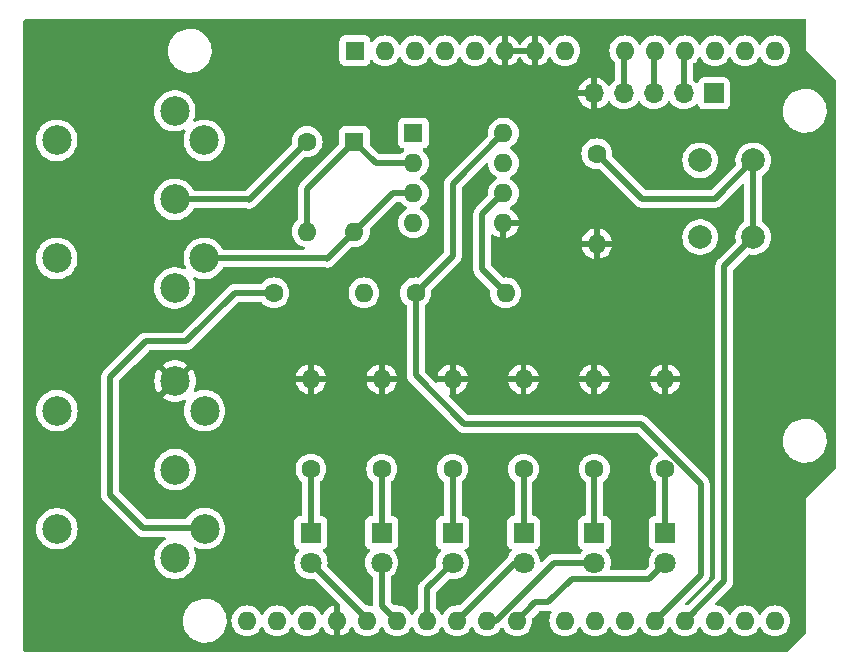
<source format=gbr>
%TF.GenerationSoftware,KiCad,Pcbnew,7.0.1*%
%TF.CreationDate,2023-08-15T23:23:37+02:00*%
%TF.ProjectId,Shielduinoboy,53686965-6c64-4756-996e-6f626f792e6b,rev?*%
%TF.SameCoordinates,Original*%
%TF.FileFunction,Copper,L1,Top*%
%TF.FilePolarity,Positive*%
%FSLAX46Y46*%
G04 Gerber Fmt 4.6, Leading zero omitted, Abs format (unit mm)*
G04 Created by KiCad (PCBNEW 7.0.1) date 2023-08-15 23:23:37*
%MOMM*%
%LPD*%
G01*
G04 APERTURE LIST*
%TA.AperFunction,ComponentPad*%
%ADD10C,1.600000*%
%TD*%
%TA.AperFunction,ComponentPad*%
%ADD11O,1.600000X1.600000*%
%TD*%
%TA.AperFunction,ComponentPad*%
%ADD12R,1.700000X1.700000*%
%TD*%
%TA.AperFunction,ComponentPad*%
%ADD13O,1.700000X1.700000*%
%TD*%
%TA.AperFunction,ComponentPad*%
%ADD14R,1.800000X1.800000*%
%TD*%
%TA.AperFunction,ComponentPad*%
%ADD15C,1.800000*%
%TD*%
%TA.AperFunction,ComponentPad*%
%ADD16R,1.600000X1.600000*%
%TD*%
%TA.AperFunction,WasherPad*%
%ADD17C,2.499360*%
%TD*%
%TA.AperFunction,ComponentPad*%
%ADD18C,2.499360*%
%TD*%
%TA.AperFunction,ComponentPad*%
%ADD19C,2.000000*%
%TD*%
%TA.AperFunction,Conductor*%
%ADD20C,0.500000*%
%TD*%
G04 APERTURE END LIST*
D10*
%TO.P,R4,1*%
%TO.N,PIN 3*%
X160197800Y-91109800D03*
D11*
%TO.P,R4,2*%
%TO.N,Earth*%
X160197800Y-98729800D03*
%TD*%
D12*
%TO.P,J3,1,Pin_1*%
%TO.N,VIN*%
X170120000Y-86000000D03*
D13*
%TO.P,J3,2,Pin_2*%
%TO.N,PIN A2*%
X167580000Y-86000000D03*
%TO.P,J3,3,Pin_3*%
%TO.N,PIN A1*%
X165040000Y-86000000D03*
%TO.P,J3,4,Pin_4*%
%TO.N,PIN A0*%
X162500000Y-86000000D03*
%TO.P,J3,5,Pin_5*%
%TO.N,Earth*%
X159960000Y-86000000D03*
%TD*%
D10*
%TO.P,R8,1*%
%TO.N,Net-(D5-K)*%
X148000000Y-117810000D03*
D11*
%TO.P,R8,2*%
%TO.N,Earth*%
X148000000Y-110190000D03*
%TD*%
D14*
%TO.P,D6,1,K*%
%TO.N,Net-(D6-K)*%
X142000000Y-123190000D03*
D15*
%TO.P,D6,2,A*%
%TO.N,PIN 12*%
X142000000Y-125730000D03*
%TD*%
D14*
%TO.P,D4,1,K*%
%TO.N,Net-(D4-K)*%
X154000000Y-123190000D03*
D15*
%TO.P,D4,2,A*%
%TO.N,PIN 10*%
X154000000Y-125730000D03*
%TD*%
D14*
%TO.P,D2,1,K*%
%TO.N,Net-(D2-K)*%
X166000000Y-123190000D03*
D15*
%TO.P,D2,2,A*%
%TO.N,PIN 8*%
X166000000Y-125730000D03*
%TD*%
D14*
%TO.P,D3,1,K*%
%TO.N,Net-(D3-K)*%
X160000000Y-123190000D03*
D15*
%TO.P,D3,2,A*%
%TO.N,PIN 9*%
X160000000Y-125730000D03*
%TD*%
D16*
%TO.P,A1,1,NC*%
%TO.N,unconnected-(A1-NC-Pad1)*%
X139716800Y-82385080D03*
D11*
%TO.P,A1,2,IOREF*%
%TO.N,unconnected-(A1-IOREF-Pad2)*%
X142256800Y-82385080D03*
%TO.P,A1,3,~{RESET}*%
%TO.N,unconnected-(A1-~{RESET}-Pad3)*%
X144796800Y-82385080D03*
%TO.P,A1,4,3V3*%
%TO.N,unconnected-(A1-3V3-Pad4)*%
X147336800Y-82385080D03*
%TO.P,A1,5,+5V*%
%TO.N,+5V*%
X149876800Y-82385080D03*
%TO.P,A1,6,GND*%
%TO.N,Earth*%
X152416800Y-82385080D03*
%TO.P,A1,7,GND*%
X154956800Y-82385080D03*
%TO.P,A1,8,VIN*%
%TO.N,VIN*%
X157496800Y-82385080D03*
%TO.P,A1,9,A0*%
%TO.N,PIN A0*%
X162576800Y-82385080D03*
%TO.P,A1,10,A1*%
%TO.N,PIN A1*%
X165116800Y-82385080D03*
%TO.P,A1,11,A2*%
%TO.N,PIN A2*%
X167656800Y-82385080D03*
%TO.P,A1,12,A3*%
%TO.N,unconnected-(A1-A3-Pad12)*%
X170196800Y-82385080D03*
%TO.P,A1,13,SDA/A4*%
%TO.N,unconnected-(A1-SDA{slash}A4-Pad13)*%
X172736800Y-82385080D03*
%TO.P,A1,14,SCL/A5*%
%TO.N,unconnected-(A1-SCL{slash}A5-Pad14)*%
X175276800Y-82385080D03*
%TO.P,A1,15,D0/RX*%
%TO.N,RX*%
X175276800Y-130645080D03*
%TO.P,A1,16,D1/TX*%
%TO.N,TX*%
X172736800Y-130645080D03*
%TO.P,A1,17,D2*%
%TO.N,unconnected-(A1-D2-Pad17)*%
X170196800Y-130645080D03*
%TO.P,A1,18,D3*%
%TO.N,PIN 3*%
X167656800Y-130645080D03*
%TO.P,A1,19,D4*%
%TO.N,PIN 4*%
X165116800Y-130645080D03*
%TO.P,A1,20,D5*%
%TO.N,unconnected-(A1-D5-Pad20)*%
X162576800Y-130645080D03*
%TO.P,A1,21,D6*%
%TO.N,unconnected-(A1-D6-Pad21)*%
X160036800Y-130645080D03*
%TO.P,A1,22,D7*%
%TO.N,unconnected-(A1-D7-Pad22)*%
X157496800Y-130645080D03*
%TO.P,A1,23,D8*%
%TO.N,PIN 8*%
X153436800Y-130645080D03*
%TO.P,A1,24,D9*%
%TO.N,PIN 9*%
X150896800Y-130645080D03*
%TO.P,A1,25,D10*%
%TO.N,PIN 10*%
X148356800Y-130645080D03*
%TO.P,A1,26,D11*%
%TO.N,PIN 11*%
X145816800Y-130645080D03*
%TO.P,A1,27,D12*%
%TO.N,PIN 12*%
X143276800Y-130645080D03*
%TO.P,A1,28,D13*%
%TO.N,PIN 13*%
X140736800Y-130645080D03*
%TO.P,A1,29,GND*%
%TO.N,Earth*%
X138196800Y-130645080D03*
%TO.P,A1,30,AREF*%
%TO.N,unconnected-(A1-AREF-Pad30)*%
X135656800Y-130645080D03*
%TO.P,A1,31,SDA/A4*%
%TO.N,unconnected-(A1-SDA{slash}A4-Pad31)*%
X133116800Y-130645080D03*
%TO.P,A1,32,SCL/A5*%
%TO.N,unconnected-(A1-SCL{slash}A5-Pad32)*%
X130576800Y-130645080D03*
%TD*%
D14*
%TO.P,D5,1,K*%
%TO.N,Net-(D5-K)*%
X148000000Y-123190000D03*
D15*
%TO.P,D5,2,A*%
%TO.N,PIN 11*%
X148000000Y-125730000D03*
%TD*%
D16*
%TO.P,U1,1,NC*%
%TO.N,unconnected-(U1-NC-Pad1)*%
X144676800Y-89345080D03*
D11*
%TO.P,U1,2,C1*%
%TO.N,Net-(D1-K)*%
X144676800Y-91885080D03*
%TO.P,U1,3,C2*%
%TO.N,Net-(D1-A)*%
X144676800Y-94425080D03*
%TO.P,U1,4,NC*%
%TO.N,unconnected-(U1-NC-Pad4)*%
X144676800Y-96965080D03*
%TO.P,U1,5,GND*%
%TO.N,Earth*%
X152296800Y-96965080D03*
%TO.P,U1,6,VO2*%
%TO.N,RX*%
X152296800Y-94425080D03*
%TO.P,U1,7,VO1*%
%TO.N,unconnected-(U1-VO1-Pad7)*%
X152296800Y-91885080D03*
%TO.P,U1,8,VCC*%
%TO.N,PIN 4*%
X152296800Y-89345080D03*
%TD*%
D10*
%TO.P,R7,1*%
%TO.N,Net-(D4-K)*%
X154000000Y-117810000D03*
D11*
%TO.P,R7,2*%
%TO.N,Earth*%
X154000000Y-110190000D03*
%TD*%
D10*
%TO.P,R6,1*%
%TO.N,Net-(D3-K)*%
X160000000Y-117810000D03*
D11*
%TO.P,R6,2*%
%TO.N,Earth*%
X160000000Y-110190000D03*
%TD*%
D10*
%TO.P,R2,1*%
%TO.N,PIN 4*%
X144866800Y-102885080D03*
D11*
%TO.P,R2,2*%
%TO.N,RX*%
X152486800Y-102885080D03*
%TD*%
D10*
%TO.P,R3,1*%
%TO.N,Net-(J1-Pad4)*%
X132866800Y-102885080D03*
D11*
%TO.P,R3,2*%
%TO.N,+5V*%
X140486800Y-102885080D03*
%TD*%
D16*
%TO.P,D1,1,K*%
%TO.N,Net-(D1-K)*%
X139676800Y-90075080D03*
D11*
%TO.P,D1,2,A*%
%TO.N,Net-(D1-A)*%
X139676800Y-97695080D03*
%TD*%
D10*
%TO.P,R5,1*%
%TO.N,Net-(D2-K)*%
X166000000Y-117810000D03*
D11*
%TO.P,R5,2*%
%TO.N,Earth*%
X166000000Y-110190000D03*
%TD*%
D17*
%TO.P,J2,*%
%TO.N,*%
X114474600Y-89969340D03*
X114474600Y-99971860D03*
D18*
%TO.P,J2,1*%
%TO.N,unconnected-(J2-Pad1)*%
X124469500Y-102468680D03*
%TO.P,J2,2*%
%TO.N,Net-(J2-Pad2)*%
X124472040Y-94970600D03*
%TO.P,J2,3*%
%TO.N,unconnected-(J2-Pad3)*%
X124469500Y-87472520D03*
%TO.P,J2,4*%
%TO.N,Net-(D1-A)*%
X126971400Y-99966780D03*
%TO.P,J2,5*%
%TO.N,unconnected-(J2-Pad5)*%
X126971400Y-89974420D03*
%TD*%
D10*
%TO.P,R9,1*%
%TO.N,Net-(D6-K)*%
X142000000Y-117810000D03*
D11*
%TO.P,R9,2*%
%TO.N,Earth*%
X142000000Y-110190000D03*
%TD*%
D19*
%TO.P,SW1,1,1*%
%TO.N,PIN 3*%
X173447800Y-91669800D03*
X173447800Y-98169800D03*
%TO.P,SW1,2,2*%
%TO.N,+5V*%
X168947800Y-91669800D03*
X168947800Y-98169800D03*
%TD*%
D10*
%TO.P,R1,1*%
%TO.N,Net-(J2-Pad2)*%
X135676800Y-90075080D03*
D11*
%TO.P,R1,2*%
%TO.N,Net-(D1-K)*%
X135676800Y-97695080D03*
%TD*%
D17*
%TO.P,J1,*%
%TO.N,*%
X114500000Y-112854740D03*
X114500000Y-122857260D03*
D18*
%TO.P,J1,1*%
%TO.N,unconnected-(J1-Pad1)*%
X124494900Y-125354080D03*
%TO.P,J1,2*%
%TO.N,TX*%
X124497440Y-117856000D03*
%TO.P,J1,3*%
%TO.N,Earth*%
X124494900Y-110357920D03*
%TO.P,J1,4*%
%TO.N,Net-(J1-Pad4)*%
X126996800Y-122852180D03*
%TO.P,J1,5*%
%TO.N,unconnected-(J1-Pad5)*%
X126996800Y-112859820D03*
%TD*%
D14*
%TO.P,D7,1,K*%
%TO.N,Net-(D7-K)*%
X136000000Y-123190000D03*
D15*
%TO.P,D7,2,A*%
%TO.N,PIN 13*%
X136000000Y-125730000D03*
%TD*%
D10*
%TO.P,R10,1*%
%TO.N,Net-(D7-K)*%
X136000000Y-117810000D03*
D11*
%TO.P,R10,2*%
%TO.N,Earth*%
X136000000Y-110190000D03*
%TD*%
D20*
%TO.N,PIN A0*%
X162500000Y-86000000D02*
X162500000Y-82461880D01*
X162500000Y-82461880D02*
X162576800Y-82385080D01*
%TO.N,PIN A1*%
X165040000Y-86000000D02*
X165040000Y-82461880D01*
X165040000Y-82461880D02*
X165116800Y-82385080D01*
%TO.N,PIN A2*%
X167580000Y-82461880D02*
X167656800Y-82385080D01*
X167580000Y-86000000D02*
X167580000Y-82461880D01*
%TO.N,RX*%
X152296800Y-94425080D02*
X150500000Y-96221880D01*
X152661720Y-103060000D02*
X152486800Y-102885080D01*
X152574920Y-94425080D02*
X152296800Y-94425080D01*
X150500000Y-96221880D02*
X150500000Y-100898280D01*
X150500000Y-100898280D02*
X152486800Y-102885080D01*
%TO.N,PIN 3*%
X170197800Y-94919800D02*
X164007800Y-94919800D01*
X173447800Y-98169800D02*
X173447800Y-91669800D01*
X164007800Y-94919800D02*
X160197800Y-91109800D01*
X171000000Y-100617600D02*
X173447800Y-98169800D01*
X171000000Y-127301880D02*
X171000000Y-100617600D01*
X167656800Y-130645080D02*
X171000000Y-127301880D01*
X173447800Y-91669800D02*
X170197800Y-94919800D01*
%TO.N,PIN 4*%
X169000000Y-119042233D02*
X163957767Y-114000000D01*
X165116800Y-130645080D02*
X169000000Y-126761880D01*
X163957767Y-114000000D02*
X149000000Y-114000000D01*
X152296800Y-89345080D02*
X148000000Y-93641880D01*
X169000000Y-126761880D02*
X169000000Y-119042233D01*
X148000000Y-93641880D02*
X148000000Y-99751880D01*
X144866800Y-109866800D02*
X144866800Y-102885080D01*
X148000000Y-99751880D02*
X144866800Y-102885080D01*
X149000000Y-114000000D02*
X144866800Y-109866800D01*
%TO.N,PIN 8*%
X158080000Y-127080000D02*
X164650000Y-127080000D01*
X164650000Y-127080000D02*
X166000000Y-125730000D01*
X153436800Y-130645080D02*
X155000000Y-129081880D01*
X156078120Y-129081880D02*
X158080000Y-127080000D01*
X155000000Y-129081880D02*
X156078120Y-129081880D01*
%TO.N,PIN 9*%
X151669033Y-130645080D02*
X156584113Y-125730000D01*
X150896800Y-130645080D02*
X151669033Y-130645080D01*
X156584113Y-125730000D02*
X160000000Y-125730000D01*
%TO.N,PIN 10*%
X153271880Y-125730000D02*
X154000000Y-125730000D01*
X148356800Y-130645080D02*
X153271880Y-125730000D01*
%TO.N,PIN 11*%
X145816800Y-130645080D02*
X145816800Y-127913200D01*
X145816800Y-127913200D02*
X148000000Y-125730000D01*
%TO.N,PIN 12*%
X142000000Y-129368280D02*
X143276800Y-130645080D01*
X142000000Y-125730000D02*
X142000000Y-129368280D01*
%TO.N,PIN 13*%
X140736800Y-130466800D02*
X140736800Y-130645080D01*
X136000000Y-125730000D02*
X140736800Y-130466800D01*
%TO.N,Net-(D1-K)*%
X135676800Y-97695080D02*
X135676800Y-94075080D01*
X141486800Y-91885080D02*
X139676800Y-90075080D01*
X135676800Y-94075080D02*
X139676800Y-90075080D01*
X144676800Y-91885080D02*
X141486800Y-91885080D01*
%TO.N,Net-(D1-A)*%
X137374440Y-99997440D02*
X139676800Y-97695080D01*
X142946800Y-94425080D02*
X139676800Y-97695080D01*
X137374440Y-99997440D02*
X137343780Y-99966780D01*
X137343780Y-99966780D02*
X126971400Y-99966780D01*
X144676800Y-94425080D02*
X142946800Y-94425080D01*
%TO.N,Net-(J1-Pad4)*%
X125449109Y-107000000D02*
X122000000Y-107000000D01*
X121819340Y-122819340D02*
X126963960Y-122819340D01*
X119000000Y-110000000D02*
X119000000Y-120000000D01*
X126963960Y-122819340D02*
X126996800Y-122852180D01*
X122000000Y-107000000D02*
X119000000Y-110000000D01*
X132866800Y-102885080D02*
X129564029Y-102885080D01*
X119000000Y-120000000D02*
X121819340Y-122819340D01*
X129564029Y-102885080D02*
X125449109Y-107000000D01*
%TO.N,Net-(J2-Pad2)*%
X130719960Y-94970600D02*
X124472040Y-94970600D01*
X130750620Y-95001260D02*
X130719960Y-94970600D01*
X130750620Y-95001260D02*
X135676800Y-90075080D01*
%TO.N,Net-(D2-K)*%
X166000000Y-117810000D02*
X166000000Y-123190000D01*
%TO.N,Net-(D3-K)*%
X160000000Y-117810000D02*
X160000000Y-123190000D01*
%TO.N,Net-(D4-K)*%
X154000000Y-117810000D02*
X154000000Y-123190000D01*
%TO.N,Net-(D5-K)*%
X148000000Y-117810000D02*
X148000000Y-123190000D01*
%TO.N,Net-(D6-K)*%
X142000000Y-117810000D02*
X142000000Y-123190000D01*
%TO.N,Net-(D7-K)*%
X136000000Y-123190000D02*
X136000000Y-117810000D01*
%TD*%
%TA.AperFunction,Conductor*%
%TO.N,Earth*%
G36*
X177889873Y-79722345D02*
G01*
X177935279Y-79767734D01*
X177951900Y-79829748D01*
X177951900Y-82372971D01*
X177951737Y-82373793D01*
X177951857Y-82397606D01*
X177952013Y-82397979D01*
X177969328Y-82415198D01*
X177969740Y-82415470D01*
X178226964Y-82670122D01*
X179230833Y-83663952D01*
X179257165Y-83690020D01*
X179257994Y-83690850D01*
X180348691Y-84792454D01*
X180456016Y-84900852D01*
X180482579Y-84940928D01*
X180491900Y-84988096D01*
X180491900Y-85582600D01*
X180467039Y-117651586D01*
X180457582Y-117698987D01*
X180430720Y-117739171D01*
X177943768Y-120226122D01*
X177943335Y-120226414D01*
X177926617Y-120243216D01*
X177922477Y-120253111D01*
X177926582Y-120280544D01*
X177927000Y-120467705D01*
X177927000Y-131597998D01*
X177917917Y-131644582D01*
X177891999Y-131684341D01*
X177379042Y-132213079D01*
X177377042Y-132215094D01*
X176312199Y-133263558D01*
X176272208Y-133289944D01*
X176225200Y-133299200D01*
X111782400Y-133299200D01*
X111720400Y-133282587D01*
X111675013Y-133237200D01*
X111658400Y-133175200D01*
X111658400Y-130712844D01*
X125162587Y-130712844D01*
X125192213Y-130982096D01*
X125226798Y-131114384D01*
X125260728Y-131244168D01*
X125282452Y-131295289D01*
X125366671Y-131493472D01*
X125507782Y-131724691D01*
X125681053Y-131932898D01*
X125681055Y-131932900D01*
X125882798Y-132113662D01*
X126108710Y-132263124D01*
X126215011Y-132312955D01*
X126353977Y-132378101D01*
X126613362Y-132456138D01*
X126613369Y-132456140D01*
X126881361Y-132495580D01*
X127084431Y-132495580D01*
X127084434Y-132495580D01*
X127286956Y-132480757D01*
X127286955Y-132480757D01*
X127551353Y-132421860D01*
X127804358Y-132325094D01*
X128040577Y-132192521D01*
X128254977Y-132026968D01*
X128442986Y-131831961D01*
X128600599Y-131611659D01*
X128724456Y-131370755D01*
X128811918Y-131114385D01*
X128861119Y-130848013D01*
X128868535Y-130645080D01*
X129271331Y-130645080D01*
X129291164Y-130871769D01*
X129350061Y-131091577D01*
X129446232Y-131297815D01*
X129576753Y-131484220D01*
X129737659Y-131645126D01*
X129924064Y-131775647D01*
X129924065Y-131775647D01*
X129924066Y-131775648D01*
X130130304Y-131871819D01*
X130350108Y-131930715D01*
X130576800Y-131950548D01*
X130803492Y-131930715D01*
X131023296Y-131871819D01*
X131229534Y-131775648D01*
X131415939Y-131645127D01*
X131576847Y-131484219D01*
X131707368Y-131297814D01*
X131734418Y-131239804D01*
X131780175Y-131187629D01*
X131846800Y-131168209D01*
X131913425Y-131187629D01*
X131959182Y-131239805D01*
X131986231Y-131297813D01*
X132116753Y-131484220D01*
X132277659Y-131645126D01*
X132464064Y-131775647D01*
X132464065Y-131775647D01*
X132464066Y-131775648D01*
X132670304Y-131871819D01*
X132890108Y-131930715D01*
X133116800Y-131950548D01*
X133343492Y-131930715D01*
X133563296Y-131871819D01*
X133769534Y-131775648D01*
X133955939Y-131645127D01*
X134116847Y-131484219D01*
X134247368Y-131297814D01*
X134274418Y-131239804D01*
X134320175Y-131187629D01*
X134386800Y-131168209D01*
X134453425Y-131187629D01*
X134499182Y-131239805D01*
X134526231Y-131297813D01*
X134656753Y-131484220D01*
X134817659Y-131645126D01*
X135004064Y-131775647D01*
X135004065Y-131775647D01*
X135004066Y-131775648D01*
X135210304Y-131871819D01*
X135430108Y-131930715D01*
X135656800Y-131950548D01*
X135883492Y-131930715D01*
X136103296Y-131871819D01*
X136309534Y-131775648D01*
X136495939Y-131645127D01*
X136656847Y-131484219D01*
X136787368Y-131297814D01*
X136814693Y-131239214D01*
X136860449Y-131187039D01*
X136927074Y-131167619D01*
X136993699Y-131187038D01*
X137039457Y-131239213D01*
X137066666Y-131297562D01*
X137197141Y-131483899D01*
X137357980Y-131644738D01*
X137544319Y-131775214D01*
X137750473Y-131871346D01*
X137946799Y-131923951D01*
X137946800Y-131923952D01*
X137946800Y-129366208D01*
X137946799Y-129366208D01*
X137750473Y-129418813D01*
X137544319Y-129514945D01*
X137357980Y-129645421D01*
X137197141Y-129806260D01*
X137066663Y-129992602D01*
X137039456Y-130050946D01*
X136993699Y-130103121D01*
X136927074Y-130122540D01*
X136860450Y-130103120D01*
X136814693Y-130050945D01*
X136812383Y-130045992D01*
X136787368Y-129992346D01*
X136746322Y-129933726D01*
X136656846Y-129805939D01*
X136495940Y-129645033D01*
X136309535Y-129514512D01*
X136103297Y-129418341D01*
X135883489Y-129359444D01*
X135656800Y-129339611D01*
X135430110Y-129359444D01*
X135210302Y-129418341D01*
X135004064Y-129514512D01*
X134817659Y-129645033D01*
X134656753Y-129805939D01*
X134526233Y-129992343D01*
X134499182Y-130050355D01*
X134453425Y-130102530D01*
X134386800Y-130121949D01*
X134320175Y-130102530D01*
X134274418Y-130050355D01*
X134247368Y-129992346D01*
X134206322Y-129933726D01*
X134116846Y-129805939D01*
X133955940Y-129645033D01*
X133769535Y-129514512D01*
X133563297Y-129418341D01*
X133343489Y-129359444D01*
X133116800Y-129339611D01*
X132890110Y-129359444D01*
X132670302Y-129418341D01*
X132464064Y-129514512D01*
X132277659Y-129645033D01*
X132116753Y-129805939D01*
X131986233Y-129992343D01*
X131959182Y-130050355D01*
X131913425Y-130102530D01*
X131846800Y-130121949D01*
X131780175Y-130102530D01*
X131734418Y-130050355D01*
X131707368Y-129992346D01*
X131666322Y-129933726D01*
X131576846Y-129805939D01*
X131415940Y-129645033D01*
X131229535Y-129514512D01*
X131023297Y-129418341D01*
X130803489Y-129359444D01*
X130576800Y-129339611D01*
X130350110Y-129359444D01*
X130130302Y-129418341D01*
X129924064Y-129514512D01*
X129737659Y-129645033D01*
X129576753Y-129805939D01*
X129446232Y-129992344D01*
X129350061Y-130198582D01*
X129291164Y-130418390D01*
X129271331Y-130645080D01*
X128868535Y-130645080D01*
X128871012Y-130577315D01*
X128841386Y-130308062D01*
X128772872Y-130045992D01*
X128666930Y-129796690D01*
X128574375Y-129645033D01*
X128525817Y-129565468D01*
X128352546Y-129357261D01*
X128351377Y-129356214D01*
X128150802Y-129176498D01*
X127924890Y-129027036D01*
X127880123Y-129006050D01*
X127679622Y-128912058D01*
X127420237Y-128834021D01*
X127420231Y-128834020D01*
X127152239Y-128794580D01*
X126949169Y-128794580D01*
X126949166Y-128794580D01*
X126746643Y-128809402D01*
X126482249Y-128868299D01*
X126229241Y-128965066D01*
X125993023Y-129097639D01*
X125778625Y-129263189D01*
X125590613Y-129458200D01*
X125433001Y-129678500D01*
X125309142Y-129919409D01*
X125221681Y-130175775D01*
X125172480Y-130442146D01*
X125162587Y-130712844D01*
X111658400Y-130712844D01*
X111658400Y-122857259D01*
X112744911Y-122857259D01*
X112764514Y-123118839D01*
X112822886Y-123374583D01*
X112918719Y-123618762D01*
X113043060Y-123834128D01*
X113049878Y-123845936D01*
X113213429Y-124051023D01*
X113307032Y-124137873D01*
X113405723Y-124229445D01*
X113556628Y-124332330D01*
X113622456Y-124377211D01*
X113858794Y-124491025D01*
X114109456Y-124568344D01*
X114368842Y-124607440D01*
X114631158Y-124607440D01*
X114890544Y-124568344D01*
X115141206Y-124491025D01*
X115377544Y-124377211D01*
X115594279Y-124229443D01*
X115786571Y-124051023D01*
X115950122Y-123845936D01*
X116081280Y-123618764D01*
X116177114Y-123374581D01*
X116235485Y-123118842D01*
X116255088Y-122857260D01*
X116235485Y-122595678D01*
X116177114Y-122339939D01*
X116081280Y-122095756D01*
X115950122Y-121868584D01*
X115786571Y-121663497D01*
X115594279Y-121485077D01*
X115594276Y-121485074D01*
X115377543Y-121337308D01*
X115141208Y-121223496D01*
X115141206Y-121223495D01*
X115051850Y-121195932D01*
X114890543Y-121146175D01*
X114631158Y-121107080D01*
X114368842Y-121107080D01*
X114109456Y-121146175D01*
X113858791Y-121223496D01*
X113622456Y-121337308D01*
X113405723Y-121485074D01*
X113213429Y-121663497D01*
X113049877Y-121868584D01*
X112918719Y-122095757D01*
X112822886Y-122339936D01*
X112764514Y-122595680D01*
X112744911Y-122857259D01*
X111658400Y-122857259D01*
X111658400Y-119978023D01*
X118244711Y-119978023D01*
X118249028Y-120027369D01*
X118249500Y-120038176D01*
X118249500Y-120043708D01*
X118253098Y-120074496D01*
X118253464Y-120078081D01*
X118260110Y-120154041D01*
X118264329Y-120173071D01*
X118264758Y-120174251D01*
X118264759Y-120174255D01*
X118290413Y-120244742D01*
X118291582Y-120248107D01*
X118315580Y-120320524D01*
X118324075Y-120338072D01*
X118365979Y-120401784D01*
X118367889Y-120404782D01*
X118407288Y-120468656D01*
X118407952Y-120469732D01*
X118420253Y-120484830D01*
X118421168Y-120485693D01*
X118421170Y-120485696D01*
X118475708Y-120537150D01*
X118478295Y-120539663D01*
X121243609Y-123304977D01*
X121255391Y-123318610D01*
X121269729Y-123337869D01*
X121307677Y-123369712D01*
X121315651Y-123377020D01*
X121319561Y-123380930D01*
X121343877Y-123400156D01*
X121346676Y-123402436D01*
X121405092Y-123451453D01*
X121421519Y-123461918D01*
X121490660Y-123494159D01*
X121493907Y-123495731D01*
X121562039Y-123529949D01*
X121580427Y-123536340D01*
X121581663Y-123536595D01*
X121581667Y-123536597D01*
X121655235Y-123551787D01*
X121658582Y-123552529D01*
X121731619Y-123569840D01*
X121731621Y-123569840D01*
X121732849Y-123570131D01*
X121752218Y-123572110D01*
X121753480Y-123572073D01*
X121753484Y-123572074D01*
X121825873Y-123569967D01*
X121828471Y-123569892D01*
X121832077Y-123569840D01*
X123622879Y-123569840D01*
X123686479Y-123587392D01*
X123732073Y-123635080D01*
X123746754Y-123699403D01*
X123726366Y-123762151D01*
X123676680Y-123805560D01*
X123617356Y-123834128D01*
X123400623Y-123981894D01*
X123208329Y-124160317D01*
X123044777Y-124365404D01*
X122913619Y-124592577D01*
X122817786Y-124836756D01*
X122759414Y-125092500D01*
X122739811Y-125354079D01*
X122759414Y-125615659D01*
X122817786Y-125871403D01*
X122913619Y-126115582D01*
X123037124Y-126329500D01*
X123044778Y-126342756D01*
X123208329Y-126547843D01*
X123363889Y-126692181D01*
X123400623Y-126726265D01*
X123579724Y-126848374D01*
X123617356Y-126874031D01*
X123853694Y-126987845D01*
X124104356Y-127065164D01*
X124363742Y-127104260D01*
X124626058Y-127104260D01*
X124885444Y-127065164D01*
X125136106Y-126987845D01*
X125372444Y-126874031D01*
X125589179Y-126726263D01*
X125781471Y-126547843D01*
X125945022Y-126342756D01*
X126076180Y-126115584D01*
X126172014Y-125871401D01*
X126204288Y-125730000D01*
X134594699Y-125730000D01*
X134613865Y-125961299D01*
X134613865Y-125961301D01*
X134613866Y-125961305D01*
X134670843Y-126186300D01*
X134670844Y-126186303D01*
X134739471Y-126342755D01*
X134764076Y-126398849D01*
X134891021Y-126593153D01*
X135048216Y-126763913D01*
X135231374Y-126906470D01*
X135435497Y-127016936D01*
X135465780Y-127027332D01*
X135655015Y-127092297D01*
X135655017Y-127092297D01*
X135655019Y-127092298D01*
X135883951Y-127130500D01*
X136116046Y-127130500D01*
X136116049Y-127130500D01*
X136244275Y-127109102D01*
X136302511Y-127113322D01*
X136352362Y-127143730D01*
X138419267Y-129210635D01*
X138452647Y-129271477D01*
X138448108Y-129340725D01*
X138446800Y-129342509D01*
X138446800Y-131923951D01*
X138643126Y-131871346D01*
X138849280Y-131775214D01*
X139035619Y-131644738D01*
X139196458Y-131483899D01*
X139326935Y-131297559D01*
X139354142Y-131239215D01*
X139399898Y-131187039D01*
X139466523Y-131167619D01*
X139533148Y-131187038D01*
X139578905Y-131239212D01*
X139606232Y-131297813D01*
X139606233Y-131297816D01*
X139736753Y-131484220D01*
X139897659Y-131645126D01*
X140084064Y-131775647D01*
X140084065Y-131775647D01*
X140084066Y-131775648D01*
X140290304Y-131871819D01*
X140510108Y-131930715D01*
X140736800Y-131950548D01*
X140963492Y-131930715D01*
X141183296Y-131871819D01*
X141389534Y-131775648D01*
X141575939Y-131645127D01*
X141736847Y-131484219D01*
X141867368Y-131297814D01*
X141894418Y-131239804D01*
X141940175Y-131187629D01*
X142006800Y-131168209D01*
X142073425Y-131187629D01*
X142119182Y-131239805D01*
X142146231Y-131297813D01*
X142276753Y-131484220D01*
X142437659Y-131645126D01*
X142624064Y-131775647D01*
X142624065Y-131775647D01*
X142624066Y-131775648D01*
X142830304Y-131871819D01*
X143050108Y-131930715D01*
X143276800Y-131950548D01*
X143503492Y-131930715D01*
X143723296Y-131871819D01*
X143929534Y-131775648D01*
X144115939Y-131645127D01*
X144276847Y-131484219D01*
X144407368Y-131297814D01*
X144434418Y-131239804D01*
X144480175Y-131187629D01*
X144546800Y-131168209D01*
X144613425Y-131187629D01*
X144659182Y-131239805D01*
X144686231Y-131297813D01*
X144816753Y-131484220D01*
X144977659Y-131645126D01*
X145164064Y-131775647D01*
X145164065Y-131775647D01*
X145164066Y-131775648D01*
X145370304Y-131871819D01*
X145590108Y-131930715D01*
X145816800Y-131950548D01*
X146043492Y-131930715D01*
X146263296Y-131871819D01*
X146469534Y-131775648D01*
X146655939Y-131645127D01*
X146816847Y-131484219D01*
X146947368Y-131297814D01*
X146974418Y-131239804D01*
X147020175Y-131187629D01*
X147086800Y-131168209D01*
X147153425Y-131187629D01*
X147199182Y-131239805D01*
X147226231Y-131297813D01*
X147356753Y-131484220D01*
X147517659Y-131645126D01*
X147704064Y-131775647D01*
X147704065Y-131775647D01*
X147704066Y-131775648D01*
X147910304Y-131871819D01*
X148130108Y-131930715D01*
X148356800Y-131950548D01*
X148583492Y-131930715D01*
X148803296Y-131871819D01*
X149009534Y-131775648D01*
X149195939Y-131645127D01*
X149356847Y-131484219D01*
X149487368Y-131297814D01*
X149514418Y-131239804D01*
X149560175Y-131187629D01*
X149626800Y-131168209D01*
X149693425Y-131187629D01*
X149739182Y-131239805D01*
X149766231Y-131297813D01*
X149896753Y-131484220D01*
X150057659Y-131645126D01*
X150244064Y-131775647D01*
X150244065Y-131775647D01*
X150244066Y-131775648D01*
X150450304Y-131871819D01*
X150670108Y-131930715D01*
X150896800Y-131950548D01*
X151123492Y-131930715D01*
X151343296Y-131871819D01*
X151549534Y-131775648D01*
X151735939Y-131645127D01*
X151896847Y-131484219D01*
X152000956Y-131335532D01*
X152034390Y-131303057D01*
X152070829Y-131279091D01*
X152073796Y-131277201D01*
X152128258Y-131243608D01*
X152194552Y-131225155D01*
X152260481Y-131244892D01*
X152299328Y-131289404D01*
X152300010Y-131288928D01*
X152304464Y-131295289D01*
X152305732Y-131296742D01*
X152306231Y-131297813D01*
X152436753Y-131484220D01*
X152597659Y-131645126D01*
X152784064Y-131775647D01*
X152784065Y-131775647D01*
X152784066Y-131775648D01*
X152990304Y-131871819D01*
X153210108Y-131930715D01*
X153436800Y-131950548D01*
X153663492Y-131930715D01*
X153883296Y-131871819D01*
X154089534Y-131775648D01*
X154275939Y-131645127D01*
X154436847Y-131484219D01*
X154567368Y-131297814D01*
X154663539Y-131091576D01*
X154722435Y-130871772D01*
X154742268Y-130645080D01*
X154727669Y-130478216D01*
X154734675Y-130425001D01*
X154763514Y-130379732D01*
X155274548Y-129868698D01*
X155314776Y-129841819D01*
X155362229Y-129832380D01*
X156014414Y-129832380D01*
X156032384Y-129833689D01*
X156036440Y-129834282D01*
X156056143Y-129837169D01*
X156105488Y-129832852D01*
X156116296Y-129832380D01*
X156121826Y-129832380D01*
X156121829Y-129832380D01*
X156152670Y-129828774D01*
X156156144Y-129828419D01*
X156230917Y-129821879D01*
X156230919Y-129821878D01*
X156240902Y-129821005D01*
X156304114Y-129832151D01*
X156353283Y-129873410D01*
X156375236Y-129933726D01*
X156364090Y-129996938D01*
X156270061Y-130198581D01*
X156211164Y-130418390D01*
X156191331Y-130645079D01*
X156211164Y-130871769D01*
X156270061Y-131091577D01*
X156366232Y-131297815D01*
X156496753Y-131484220D01*
X156657659Y-131645126D01*
X156844064Y-131775647D01*
X156844065Y-131775647D01*
X156844066Y-131775648D01*
X157050304Y-131871819D01*
X157270108Y-131930715D01*
X157496800Y-131950548D01*
X157723492Y-131930715D01*
X157943296Y-131871819D01*
X158149534Y-131775648D01*
X158335939Y-131645127D01*
X158496847Y-131484219D01*
X158627368Y-131297814D01*
X158654418Y-131239804D01*
X158700175Y-131187629D01*
X158766800Y-131168209D01*
X158833425Y-131187629D01*
X158879182Y-131239805D01*
X158906231Y-131297813D01*
X159036753Y-131484220D01*
X159197659Y-131645126D01*
X159384064Y-131775647D01*
X159384065Y-131775647D01*
X159384066Y-131775648D01*
X159590304Y-131871819D01*
X159810108Y-131930715D01*
X160036800Y-131950548D01*
X160263492Y-131930715D01*
X160483296Y-131871819D01*
X160689534Y-131775648D01*
X160875939Y-131645127D01*
X161036847Y-131484219D01*
X161167368Y-131297814D01*
X161194418Y-131239804D01*
X161240175Y-131187629D01*
X161306800Y-131168209D01*
X161373425Y-131187629D01*
X161419182Y-131239805D01*
X161446231Y-131297813D01*
X161576753Y-131484220D01*
X161737659Y-131645126D01*
X161924064Y-131775647D01*
X161924065Y-131775647D01*
X161924066Y-131775648D01*
X162130304Y-131871819D01*
X162350108Y-131930715D01*
X162576800Y-131950548D01*
X162803492Y-131930715D01*
X163023296Y-131871819D01*
X163229534Y-131775648D01*
X163415939Y-131645127D01*
X163576847Y-131484219D01*
X163707368Y-131297814D01*
X163734418Y-131239804D01*
X163780175Y-131187629D01*
X163846800Y-131168209D01*
X163913425Y-131187629D01*
X163959182Y-131239805D01*
X163986231Y-131297813D01*
X164116753Y-131484220D01*
X164277659Y-131645126D01*
X164464064Y-131775647D01*
X164464065Y-131775647D01*
X164464066Y-131775648D01*
X164670304Y-131871819D01*
X164890108Y-131930715D01*
X165116800Y-131950548D01*
X165343492Y-131930715D01*
X165563296Y-131871819D01*
X165769534Y-131775648D01*
X165955939Y-131645127D01*
X166116847Y-131484219D01*
X166247368Y-131297814D01*
X166274418Y-131239804D01*
X166320175Y-131187629D01*
X166386800Y-131168209D01*
X166453425Y-131187629D01*
X166499182Y-131239805D01*
X166526231Y-131297813D01*
X166656753Y-131484220D01*
X166817659Y-131645126D01*
X167004064Y-131775647D01*
X167004065Y-131775647D01*
X167004066Y-131775648D01*
X167210304Y-131871819D01*
X167430108Y-131930715D01*
X167656800Y-131950548D01*
X167883492Y-131930715D01*
X168103296Y-131871819D01*
X168309534Y-131775648D01*
X168495939Y-131645127D01*
X168656847Y-131484219D01*
X168787368Y-131297814D01*
X168814418Y-131239804D01*
X168860175Y-131187629D01*
X168926800Y-131168209D01*
X168993425Y-131187629D01*
X169039182Y-131239805D01*
X169066231Y-131297813D01*
X169196753Y-131484220D01*
X169357659Y-131645126D01*
X169544064Y-131775647D01*
X169544065Y-131775647D01*
X169544066Y-131775648D01*
X169750304Y-131871819D01*
X169970108Y-131930715D01*
X170196800Y-131950548D01*
X170423492Y-131930715D01*
X170643296Y-131871819D01*
X170849534Y-131775648D01*
X171035939Y-131645127D01*
X171196847Y-131484219D01*
X171327368Y-131297814D01*
X171354418Y-131239804D01*
X171400175Y-131187629D01*
X171466800Y-131168209D01*
X171533425Y-131187629D01*
X171579182Y-131239805D01*
X171606231Y-131297813D01*
X171736753Y-131484220D01*
X171897659Y-131645126D01*
X172084064Y-131775647D01*
X172084065Y-131775647D01*
X172084066Y-131775648D01*
X172290304Y-131871819D01*
X172510108Y-131930715D01*
X172736800Y-131950548D01*
X172963492Y-131930715D01*
X173183296Y-131871819D01*
X173389534Y-131775648D01*
X173575939Y-131645127D01*
X173736847Y-131484219D01*
X173867368Y-131297814D01*
X173894418Y-131239804D01*
X173940175Y-131187629D01*
X174006800Y-131168209D01*
X174073425Y-131187629D01*
X174119182Y-131239805D01*
X174146231Y-131297813D01*
X174276753Y-131484220D01*
X174437659Y-131645126D01*
X174624064Y-131775647D01*
X174624065Y-131775647D01*
X174624066Y-131775648D01*
X174830304Y-131871819D01*
X175050108Y-131930715D01*
X175276800Y-131950548D01*
X175503492Y-131930715D01*
X175723296Y-131871819D01*
X175929534Y-131775648D01*
X176115939Y-131645127D01*
X176276847Y-131484219D01*
X176407368Y-131297814D01*
X176503539Y-131091576D01*
X176562435Y-130871772D01*
X176582268Y-130645080D01*
X176562435Y-130418388D01*
X176503539Y-130198584D01*
X176407368Y-129992346D01*
X176366322Y-129933726D01*
X176276846Y-129805939D01*
X176115940Y-129645033D01*
X175929535Y-129514512D01*
X175723297Y-129418341D01*
X175503489Y-129359444D01*
X175276800Y-129339611D01*
X175050110Y-129359444D01*
X174830302Y-129418341D01*
X174624064Y-129514512D01*
X174437659Y-129645033D01*
X174276753Y-129805939D01*
X174146233Y-129992343D01*
X174119182Y-130050355D01*
X174073425Y-130102530D01*
X174006800Y-130121949D01*
X173940175Y-130102530D01*
X173894418Y-130050355D01*
X173867368Y-129992346D01*
X173826322Y-129933726D01*
X173736846Y-129805939D01*
X173575940Y-129645033D01*
X173389535Y-129514512D01*
X173183297Y-129418341D01*
X172963489Y-129359444D01*
X172736800Y-129339611D01*
X172510110Y-129359444D01*
X172290302Y-129418341D01*
X172084064Y-129514512D01*
X171897659Y-129645033D01*
X171736753Y-129805939D01*
X171606233Y-129992343D01*
X171579182Y-130050355D01*
X171533425Y-130102530D01*
X171466800Y-130121949D01*
X171400175Y-130102530D01*
X171354418Y-130050355D01*
X171327368Y-129992346D01*
X171286322Y-129933726D01*
X171196846Y-129805939D01*
X171035940Y-129645033D01*
X170849535Y-129514512D01*
X170643297Y-129418341D01*
X170423489Y-129359444D01*
X170302472Y-129348856D01*
X170237793Y-129323704D01*
X170196758Y-129267738D01*
X170192219Y-129198489D01*
X170225597Y-129137649D01*
X171485642Y-127877604D01*
X171499260Y-127865834D01*
X171518530Y-127851490D01*
X171550376Y-127813536D01*
X171557662Y-127805584D01*
X171561591Y-127801657D01*
X171580833Y-127777319D01*
X171583090Y-127774550D01*
X171604539Y-127748988D01*
X171631302Y-127717094D01*
X171631303Y-127717091D01*
X171632115Y-127716124D01*
X171642573Y-127699707D01*
X171643106Y-127698562D01*
X171643111Y-127698557D01*
X171674833Y-127630526D01*
X171676362Y-127627368D01*
X171710040Y-127560313D01*
X171710040Y-127560312D01*
X171710612Y-127559174D01*
X171717000Y-127540794D01*
X171717255Y-127539555D01*
X171717257Y-127539553D01*
X171732447Y-127465983D01*
X171733186Y-127462650D01*
X171750500Y-127389601D01*
X171750500Y-127389597D01*
X171750791Y-127388369D01*
X171752770Y-127369001D01*
X171752733Y-127367739D01*
X171752734Y-127367736D01*
X171750552Y-127292749D01*
X171750500Y-127289143D01*
X171750500Y-115472844D01*
X175962587Y-115472844D01*
X175992213Y-115742096D01*
X175992214Y-115742098D01*
X176060728Y-116004168D01*
X176153397Y-116222235D01*
X176166671Y-116253472D01*
X176307782Y-116484691D01*
X176464669Y-116673210D01*
X176481055Y-116692900D01*
X176682798Y-116873662D01*
X176908710Y-117023124D01*
X177015011Y-117072956D01*
X177153977Y-117138101D01*
X177413362Y-117216138D01*
X177413369Y-117216140D01*
X177681361Y-117255580D01*
X177884431Y-117255580D01*
X177884434Y-117255580D01*
X178086956Y-117240757D01*
X178086956Y-117240756D01*
X178351353Y-117181860D01*
X178604358Y-117085094D01*
X178840577Y-116952521D01*
X179054977Y-116786968D01*
X179242986Y-116591961D01*
X179400599Y-116371659D01*
X179524456Y-116130755D01*
X179611918Y-115874385D01*
X179661119Y-115608013D01*
X179671012Y-115337315D01*
X179641386Y-115068062D01*
X179572872Y-114805992D01*
X179466930Y-114556690D01*
X179325818Y-114325470D01*
X179325817Y-114325468D01*
X179152546Y-114117261D01*
X179047558Y-114023192D01*
X178950802Y-113936498D01*
X178724890Y-113787036D01*
X178724886Y-113787034D01*
X178479622Y-113672058D01*
X178220237Y-113594021D01*
X178220231Y-113594020D01*
X177952239Y-113554580D01*
X177749169Y-113554580D01*
X177749166Y-113554580D01*
X177546643Y-113569402D01*
X177282249Y-113628299D01*
X177029241Y-113725066D01*
X176793023Y-113857639D01*
X176578625Y-114023189D01*
X176390613Y-114218200D01*
X176233001Y-114438500D01*
X176109142Y-114679409D01*
X176021681Y-114935775D01*
X175972480Y-115202146D01*
X175962587Y-115472844D01*
X171750500Y-115472844D01*
X171750500Y-100979830D01*
X171759939Y-100932377D01*
X171786819Y-100892149D01*
X172091556Y-100587412D01*
X173008553Y-99670413D01*
X173058402Y-99640008D01*
X173116637Y-99635787D01*
X173323465Y-99670300D01*
X173572135Y-99670300D01*
X173817414Y-99629371D01*
X174052610Y-99548628D01*
X174271309Y-99430274D01*
X174467544Y-99277538D01*
X174635964Y-99094585D01*
X174771973Y-98886407D01*
X174871863Y-98658681D01*
X174932908Y-98417621D01*
X174953443Y-98169800D01*
X174932908Y-97921979D01*
X174871863Y-97680919D01*
X174771973Y-97453193D01*
X174635964Y-97245015D01*
X174467544Y-97062062D01*
X174271309Y-96909326D01*
X174263281Y-96904981D01*
X174215777Y-96859402D01*
X174198300Y-96795928D01*
X174198300Y-93043672D01*
X174215777Y-92980198D01*
X174263281Y-92934618D01*
X174271309Y-92930274D01*
X174467544Y-92777538D01*
X174635964Y-92594585D01*
X174771973Y-92386407D01*
X174871863Y-92158681D01*
X174932908Y-91917621D01*
X174953443Y-91669800D01*
X174932908Y-91421979D01*
X174871863Y-91180919D01*
X174771973Y-90953193D01*
X174635964Y-90745015D01*
X174467544Y-90562062D01*
X174391181Y-90502626D01*
X174271314Y-90409329D01*
X174271310Y-90409326D01*
X174271309Y-90409326D01*
X174052610Y-90290972D01*
X174052606Y-90290970D01*
X174052605Y-90290970D01*
X173817415Y-90210229D01*
X173572135Y-90169300D01*
X173323465Y-90169300D01*
X173078184Y-90210229D01*
X172842994Y-90290970D01*
X172842990Y-90290971D01*
X172842990Y-90290972D01*
X172800048Y-90314211D01*
X172624285Y-90409329D01*
X172428059Y-90562059D01*
X172428056Y-90562061D01*
X172428056Y-90562062D01*
X172259636Y-90745015D01*
X172253431Y-90754513D01*
X172123625Y-90953195D01*
X172044063Y-91134580D01*
X172023737Y-91180919D01*
X171978206Y-91360715D01*
X171962691Y-91421983D01*
X171942156Y-91669800D01*
X171962691Y-91917616D01*
X171962691Y-91917619D01*
X171962692Y-91917621D01*
X171964832Y-91926073D01*
X171980943Y-91989691D01*
X171980288Y-92053049D01*
X171948418Y-92107812D01*
X169923251Y-94132981D01*
X169883023Y-94159861D01*
X169835570Y-94169300D01*
X164370029Y-94169300D01*
X164322576Y-94159861D01*
X164282348Y-94132981D01*
X161819168Y-91669800D01*
X167442156Y-91669800D01*
X167462691Y-91917616D01*
X167462691Y-91917619D01*
X167462692Y-91917621D01*
X167523737Y-92158681D01*
X167559568Y-92240367D01*
X167623625Y-92386404D01*
X167623627Y-92386407D01*
X167759636Y-92594585D01*
X167928056Y-92777538D01*
X167928059Y-92777540D01*
X168124285Y-92930270D01*
X168124287Y-92930271D01*
X168124291Y-92930274D01*
X168342990Y-93048628D01*
X168578186Y-93129371D01*
X168823465Y-93170300D01*
X169072135Y-93170300D01*
X169317414Y-93129371D01*
X169552610Y-93048628D01*
X169771309Y-92930274D01*
X169967544Y-92777538D01*
X170135964Y-92594585D01*
X170271973Y-92386407D01*
X170371863Y-92158681D01*
X170432908Y-91917621D01*
X170453443Y-91669800D01*
X170432908Y-91421979D01*
X170371863Y-91180919D01*
X170271973Y-90953193D01*
X170135964Y-90745015D01*
X169967544Y-90562062D01*
X169891181Y-90502626D01*
X169771314Y-90409329D01*
X169771310Y-90409326D01*
X169771309Y-90409326D01*
X169552610Y-90290972D01*
X169552606Y-90290970D01*
X169552605Y-90290970D01*
X169317415Y-90210229D01*
X169072135Y-90169300D01*
X168823465Y-90169300D01*
X168578184Y-90210229D01*
X168342994Y-90290970D01*
X168342990Y-90290971D01*
X168342990Y-90290972D01*
X168300048Y-90314211D01*
X168124285Y-90409329D01*
X167928059Y-90562059D01*
X167928056Y-90562061D01*
X167928056Y-90562062D01*
X167759636Y-90745015D01*
X167753431Y-90754513D01*
X167623625Y-90953195D01*
X167544063Y-91134580D01*
X167523737Y-91180919D01*
X167478206Y-91360715D01*
X167462691Y-91421983D01*
X167442156Y-91669800D01*
X161819168Y-91669800D01*
X161524516Y-91375148D01*
X161495675Y-91329877D01*
X161488669Y-91276661D01*
X161503268Y-91109800D01*
X161502258Y-91098261D01*
X161489989Y-90958016D01*
X161483435Y-90883108D01*
X161424539Y-90663304D01*
X161328368Y-90457066D01*
X161294942Y-90409329D01*
X161197846Y-90270659D01*
X161036940Y-90109753D01*
X160850535Y-89979232D01*
X160644297Y-89883061D01*
X160424489Y-89824164D01*
X160197800Y-89804331D01*
X159971110Y-89824164D01*
X159751302Y-89883061D01*
X159545064Y-89979232D01*
X159358659Y-90109753D01*
X159197753Y-90270659D01*
X159067232Y-90457064D01*
X158971061Y-90663302D01*
X158912164Y-90883110D01*
X158892331Y-91109800D01*
X158912164Y-91336489D01*
X158971061Y-91556297D01*
X159067232Y-91762535D01*
X159197753Y-91948940D01*
X159358659Y-92109846D01*
X159545064Y-92240367D01*
X159545065Y-92240367D01*
X159545066Y-92240368D01*
X159751304Y-92336539D01*
X159971108Y-92395435D01*
X160064549Y-92403610D01*
X160197799Y-92415268D01*
X160197799Y-92415267D01*
X160197800Y-92415268D01*
X160364661Y-92400669D01*
X160417877Y-92407675D01*
X160463148Y-92436516D01*
X163432067Y-95405434D01*
X163443848Y-95419066D01*
X163458189Y-95438329D01*
X163458190Y-95438330D01*
X163496139Y-95470173D01*
X163504113Y-95477480D01*
X163508024Y-95481391D01*
X163516283Y-95487921D01*
X163532343Y-95500620D01*
X163535130Y-95502890D01*
X163592586Y-95551102D01*
X163592588Y-95551103D01*
X163593550Y-95551910D01*
X163609980Y-95562378D01*
X163611122Y-95562910D01*
X163611123Y-95562911D01*
X163679150Y-95594632D01*
X163682327Y-95596171D01*
X163748467Y-95629388D01*
X163750502Y-95630410D01*
X163768885Y-95636799D01*
X163770122Y-95637054D01*
X163770128Y-95637057D01*
X163843652Y-95652237D01*
X163847086Y-95652999D01*
X163875310Y-95659689D01*
X163921306Y-95670591D01*
X163940679Y-95672570D01*
X163941941Y-95672533D01*
X163941945Y-95672534D01*
X164014334Y-95670427D01*
X164016932Y-95670352D01*
X164020538Y-95670300D01*
X170134094Y-95670300D01*
X170152064Y-95671609D01*
X170156120Y-95672202D01*
X170175823Y-95675089D01*
X170225168Y-95670772D01*
X170235976Y-95670300D01*
X170241506Y-95670300D01*
X170241509Y-95670300D01*
X170272350Y-95666694D01*
X170275831Y-95666339D01*
X170350597Y-95659799D01*
X170350597Y-95659798D01*
X170351852Y-95659689D01*
X170370862Y-95655474D01*
X170372050Y-95655041D01*
X170372055Y-95655041D01*
X170442620Y-95629357D01*
X170445895Y-95628219D01*
X170517134Y-95604614D01*
X170517136Y-95604612D01*
X170518336Y-95604215D01*
X170535863Y-95595729D01*
X170536912Y-95595038D01*
X170536917Y-95595037D01*
X170599606Y-95553805D01*
X170602598Y-95551899D01*
X170666456Y-95512512D01*
X170666456Y-95512511D01*
X170667529Y-95511850D01*
X170682624Y-95499553D01*
X170683492Y-95498632D01*
X170683496Y-95498630D01*
X170734984Y-95444054D01*
X170737430Y-95441536D01*
X172485618Y-93693349D01*
X172534982Y-93663099D01*
X172592698Y-93658557D01*
X172646185Y-93680712D01*
X172683785Y-93724735D01*
X172697300Y-93781030D01*
X172697300Y-96795928D01*
X172679823Y-96859402D01*
X172632318Y-96904981D01*
X172626248Y-96908266D01*
X172624287Y-96909328D01*
X172428059Y-97062059D01*
X172428056Y-97062061D01*
X172428056Y-97062062D01*
X172259636Y-97245015D01*
X172214299Y-97314407D01*
X172123625Y-97453195D01*
X172059378Y-97599665D01*
X172023737Y-97680919D01*
X171992594Y-97803899D01*
X171962691Y-97921983D01*
X171942156Y-98169799D01*
X171962691Y-98417616D01*
X171962691Y-98417619D01*
X171962692Y-98417621D01*
X171971375Y-98451908D01*
X171980943Y-98489692D01*
X171980288Y-98553050D01*
X171948418Y-98607813D01*
X170514358Y-100041872D01*
X170500727Y-100053653D01*
X170481467Y-100067992D01*
X170449633Y-100105929D01*
X170442341Y-100113889D01*
X170438408Y-100117822D01*
X170419176Y-100142145D01*
X170416902Y-100144937D01*
X170367894Y-100203344D01*
X170357418Y-100219787D01*
X170325192Y-100288894D01*
X170323622Y-100292136D01*
X170289393Y-100360292D01*
X170282996Y-100378698D01*
X170267573Y-100453388D01*
X170266793Y-100456905D01*
X170249208Y-100531105D01*
X170247229Y-100550478D01*
X170249448Y-100626731D01*
X170249500Y-100630337D01*
X170249500Y-126939651D01*
X170240061Y-126987104D01*
X170213181Y-127027332D01*
X167922148Y-129318362D01*
X167876878Y-129347203D01*
X167823660Y-129354209D01*
X167762473Y-129348856D01*
X167697794Y-129323704D01*
X167656758Y-129267739D01*
X167652219Y-129198490D01*
X167685597Y-129137648D01*
X169485638Y-127337607D01*
X169499256Y-127325837D01*
X169518530Y-127311490D01*
X169550382Y-127273529D01*
X169557668Y-127265577D01*
X169561590Y-127261657D01*
X169580863Y-127237279D01*
X169583030Y-127234619D01*
X169631302Y-127177094D01*
X169631303Y-127177090D01*
X169632118Y-127176120D01*
X169642573Y-127159707D01*
X169643106Y-127158562D01*
X169643111Y-127158557D01*
X169674833Y-127090526D01*
X169676362Y-127087368D01*
X169710040Y-127020313D01*
X169710040Y-127020312D01*
X169710612Y-127019174D01*
X169717000Y-127000794D01*
X169717255Y-126999555D01*
X169717257Y-126999553D01*
X169732433Y-126926048D01*
X169733194Y-126922614D01*
X169750500Y-126849601D01*
X169750500Y-126849598D01*
X169750790Y-126848374D01*
X169752769Y-126829003D01*
X169752732Y-126827739D01*
X169752733Y-126827736D01*
X169750552Y-126752769D01*
X169750500Y-126749164D01*
X169750500Y-119105939D01*
X169751809Y-119087969D01*
X169752338Y-119084351D01*
X169755289Y-119064210D01*
X169750971Y-119014866D01*
X169750500Y-119004060D01*
X169750500Y-118998525D01*
X169750500Y-118998524D01*
X169746893Y-118967669D01*
X169746537Y-118964189D01*
X169739998Y-118889436D01*
X169739888Y-118888176D01*
X169735674Y-118869169D01*
X169735241Y-118867978D01*
X169709569Y-118797444D01*
X169708422Y-118794146D01*
X169684814Y-118722898D01*
X169684812Y-118722895D01*
X169684415Y-118721696D01*
X169675929Y-118704169D01*
X169675237Y-118703117D01*
X169675237Y-118703116D01*
X169634025Y-118640457D01*
X169632106Y-118637445D01*
X169592048Y-118572500D01*
X169579750Y-118557405D01*
X169524290Y-118505081D01*
X169521703Y-118502568D01*
X164533495Y-113514360D01*
X164521713Y-113500727D01*
X164507376Y-113481469D01*
X164469433Y-113449631D01*
X164461458Y-113442323D01*
X164457549Y-113438414D01*
X164457544Y-113438409D01*
X164433190Y-113419152D01*
X164430414Y-113416890D01*
X164372018Y-113367890D01*
X164355588Y-113357422D01*
X164286458Y-113325186D01*
X164283214Y-113323615D01*
X164215073Y-113289394D01*
X164196670Y-113282997D01*
X164121978Y-113267574D01*
X164118459Y-113266794D01*
X164044257Y-113249208D01*
X164024888Y-113247229D01*
X163948636Y-113249448D01*
X163945030Y-113249500D01*
X149362229Y-113249500D01*
X149314776Y-113240061D01*
X149274548Y-113213181D01*
X147725635Y-111664267D01*
X147692255Y-111603424D01*
X147696794Y-111534175D01*
X147737830Y-111478210D01*
X147750000Y-111468872D01*
X147750000Y-110440000D01*
X148250000Y-110440000D01*
X148250000Y-111468871D01*
X148446326Y-111416266D01*
X148652480Y-111320134D01*
X148838819Y-111189658D01*
X148999658Y-111028819D01*
X149130134Y-110842480D01*
X149226266Y-110636326D01*
X149278872Y-110440000D01*
X152721128Y-110440000D01*
X152773733Y-110636326D01*
X152869865Y-110842480D01*
X153000341Y-111028819D01*
X153161180Y-111189658D01*
X153347519Y-111320134D01*
X153553673Y-111416266D01*
X153749999Y-111468871D01*
X153750000Y-111468872D01*
X153750000Y-110440000D01*
X154250000Y-110440000D01*
X154250000Y-111468871D01*
X154446326Y-111416266D01*
X154652480Y-111320134D01*
X154838819Y-111189658D01*
X154999658Y-111028819D01*
X155130134Y-110842480D01*
X155226266Y-110636326D01*
X155278872Y-110440000D01*
X158721128Y-110440000D01*
X158773733Y-110636326D01*
X158869865Y-110842480D01*
X159000341Y-111028819D01*
X159161180Y-111189658D01*
X159347519Y-111320134D01*
X159553673Y-111416266D01*
X159749999Y-111468871D01*
X159750000Y-111468872D01*
X159750000Y-110440000D01*
X160250000Y-110440000D01*
X160250000Y-111468871D01*
X160446326Y-111416266D01*
X160652480Y-111320134D01*
X160838819Y-111189658D01*
X160999658Y-111028819D01*
X161130134Y-110842480D01*
X161226266Y-110636326D01*
X161278872Y-110440000D01*
X164721128Y-110440000D01*
X164773733Y-110636326D01*
X164869865Y-110842480D01*
X165000341Y-111028819D01*
X165161180Y-111189658D01*
X165347519Y-111320134D01*
X165553673Y-111416266D01*
X165749999Y-111468871D01*
X165750000Y-111468872D01*
X165750000Y-110440000D01*
X166250000Y-110440000D01*
X166250000Y-111468871D01*
X166446326Y-111416266D01*
X166652480Y-111320134D01*
X166838819Y-111189658D01*
X166999658Y-111028819D01*
X167130134Y-110842480D01*
X167226266Y-110636326D01*
X167278872Y-110440000D01*
X166250000Y-110440000D01*
X165750000Y-110440000D01*
X164721128Y-110440000D01*
X161278872Y-110440000D01*
X160250000Y-110440000D01*
X159750000Y-110440000D01*
X158721128Y-110440000D01*
X155278872Y-110440000D01*
X154250000Y-110440000D01*
X153750000Y-110440000D01*
X152721128Y-110440000D01*
X149278872Y-110440000D01*
X148250000Y-110440000D01*
X147750000Y-110440000D01*
X146721127Y-110440000D01*
X146711788Y-110452171D01*
X146655822Y-110493205D01*
X146586574Y-110497744D01*
X146525732Y-110464364D01*
X146001368Y-109940000D01*
X146721128Y-109940000D01*
X147750000Y-109940000D01*
X147750000Y-108911128D01*
X148250000Y-108911128D01*
X148250000Y-109940000D01*
X149278872Y-109940000D01*
X152721128Y-109940000D01*
X153750000Y-109940000D01*
X153750000Y-108911128D01*
X154250000Y-108911128D01*
X154250000Y-109940000D01*
X155278872Y-109940000D01*
X158721128Y-109940000D01*
X159750000Y-109940000D01*
X159750000Y-108911128D01*
X160250000Y-108911128D01*
X160250000Y-109940000D01*
X161278872Y-109940000D01*
X164721128Y-109940000D01*
X165750000Y-109940000D01*
X165750000Y-108911128D01*
X166250000Y-108911128D01*
X166250000Y-109940000D01*
X167278872Y-109940000D01*
X167278871Y-109939999D01*
X167226266Y-109743673D01*
X167130134Y-109537519D01*
X166999658Y-109351180D01*
X166838819Y-109190341D01*
X166652480Y-109059865D01*
X166446326Y-108963733D01*
X166250000Y-108911128D01*
X165750000Y-108911128D01*
X165553673Y-108963733D01*
X165347519Y-109059865D01*
X165161180Y-109190341D01*
X165000341Y-109351180D01*
X164869865Y-109537519D01*
X164773733Y-109743673D01*
X164721128Y-109939999D01*
X164721128Y-109940000D01*
X161278872Y-109940000D01*
X161278871Y-109939999D01*
X161226266Y-109743673D01*
X161130134Y-109537519D01*
X160999658Y-109351180D01*
X160838819Y-109190341D01*
X160652480Y-109059865D01*
X160446326Y-108963733D01*
X160250000Y-108911128D01*
X159750000Y-108911128D01*
X159553673Y-108963733D01*
X159347519Y-109059865D01*
X159161180Y-109190341D01*
X159000341Y-109351180D01*
X158869865Y-109537519D01*
X158773733Y-109743673D01*
X158721128Y-109939999D01*
X158721128Y-109940000D01*
X155278872Y-109940000D01*
X155278871Y-109939999D01*
X155226266Y-109743673D01*
X155130134Y-109537519D01*
X154999658Y-109351180D01*
X154838819Y-109190341D01*
X154652480Y-109059865D01*
X154446326Y-108963733D01*
X154250000Y-108911128D01*
X153750000Y-108911128D01*
X153553673Y-108963733D01*
X153347519Y-109059865D01*
X153161180Y-109190341D01*
X153000341Y-109351180D01*
X152869865Y-109537519D01*
X152773733Y-109743673D01*
X152721128Y-109939999D01*
X152721128Y-109940000D01*
X149278872Y-109940000D01*
X149278871Y-109939999D01*
X149226266Y-109743673D01*
X149130134Y-109537519D01*
X148999658Y-109351180D01*
X148838819Y-109190341D01*
X148652480Y-109059865D01*
X148446326Y-108963733D01*
X148250000Y-108911128D01*
X147750000Y-108911128D01*
X147749999Y-108911128D01*
X147553673Y-108963733D01*
X147347519Y-109059865D01*
X147161180Y-109190341D01*
X147000341Y-109351180D01*
X146869865Y-109537519D01*
X146773733Y-109743673D01*
X146721128Y-109939999D01*
X146721128Y-109940000D01*
X146001368Y-109940000D01*
X145653619Y-109592251D01*
X145626739Y-109552023D01*
X145617300Y-109504570D01*
X145617300Y-104011743D01*
X145631311Y-103954486D01*
X145670177Y-103910168D01*
X145705940Y-103885126D01*
X145866846Y-103724220D01*
X145891887Y-103688457D01*
X145997368Y-103537814D01*
X146093539Y-103331576D01*
X146152435Y-103111772D01*
X146172268Y-102885080D01*
X146157669Y-102718216D01*
X146164675Y-102665001D01*
X146193514Y-102619732D01*
X148485642Y-100327604D01*
X148499260Y-100315834D01*
X148518530Y-100301490D01*
X148550376Y-100263536D01*
X148557662Y-100255584D01*
X148561591Y-100251657D01*
X148580833Y-100227319D01*
X148583090Y-100224550D01*
X148601688Y-100202386D01*
X148631302Y-100167094D01*
X148631303Y-100167091D01*
X148632115Y-100166124D01*
X148642573Y-100149707D01*
X148643106Y-100148562D01*
X148643111Y-100148557D01*
X148674833Y-100080526D01*
X148676362Y-100077368D01*
X148710040Y-100010313D01*
X148710040Y-100010312D01*
X148710612Y-100009174D01*
X148717000Y-99990794D01*
X148717255Y-99989555D01*
X148717257Y-99989553D01*
X148732447Y-99915983D01*
X148733186Y-99912650D01*
X148750500Y-99839601D01*
X148750500Y-99839597D01*
X148750791Y-99838369D01*
X148752770Y-99819001D01*
X148752733Y-99817739D01*
X148752734Y-99817736D01*
X148750552Y-99742749D01*
X148750500Y-99739143D01*
X148750500Y-94004110D01*
X148759939Y-93956657D01*
X148786819Y-93916429D01*
X149278215Y-93425033D01*
X150789369Y-91913877D01*
X150850209Y-91880499D01*
X150919458Y-91885038D01*
X150975424Y-91926073D01*
X151000576Y-91990752D01*
X151011164Y-92111769D01*
X151070061Y-92331577D01*
X151166232Y-92537815D01*
X151296753Y-92724220D01*
X151457659Y-92885126D01*
X151644063Y-93015646D01*
X151644066Y-93015648D01*
X151702075Y-93042698D01*
X151754250Y-93088455D01*
X151773669Y-93155080D01*
X151754250Y-93221705D01*
X151702075Y-93267462D01*
X151644063Y-93294513D01*
X151457659Y-93425033D01*
X151296753Y-93585939D01*
X151166232Y-93772344D01*
X151070061Y-93978582D01*
X151011164Y-94198390D01*
X150991331Y-94425080D01*
X151005929Y-94591940D01*
X150998923Y-94645158D01*
X150970082Y-94690428D01*
X150014358Y-95646152D01*
X150000727Y-95657933D01*
X149981467Y-95672272D01*
X149949633Y-95710209D01*
X149942341Y-95718169D01*
X149938408Y-95722102D01*
X149919176Y-95746425D01*
X149916902Y-95749217D01*
X149867894Y-95807624D01*
X149857418Y-95824067D01*
X149825192Y-95893174D01*
X149823622Y-95896416D01*
X149789393Y-95964572D01*
X149782996Y-95982978D01*
X149767573Y-96057668D01*
X149766793Y-96061185D01*
X149749208Y-96135385D01*
X149747229Y-96154758D01*
X149749448Y-96231011D01*
X149749500Y-96234617D01*
X149749500Y-100834574D01*
X149748191Y-100852544D01*
X149744711Y-100876303D01*
X149749028Y-100925649D01*
X149749500Y-100936456D01*
X149749500Y-100941988D01*
X149753098Y-100972776D01*
X149753464Y-100976361D01*
X149760110Y-101052321D01*
X149764329Y-101071351D01*
X149764758Y-101072531D01*
X149764759Y-101072535D01*
X149790413Y-101143022D01*
X149791582Y-101146387D01*
X149815580Y-101218804D01*
X149824075Y-101236352D01*
X149865979Y-101300064D01*
X149867889Y-101303062D01*
X149893169Y-101344045D01*
X149907952Y-101368012D01*
X149920253Y-101383110D01*
X149921168Y-101383973D01*
X149921170Y-101383976D01*
X149975709Y-101435431D01*
X149978296Y-101437944D01*
X151160082Y-102619730D01*
X151188923Y-102665000D01*
X151195929Y-102718218D01*
X151181331Y-102885079D01*
X151201164Y-103111769D01*
X151260061Y-103331577D01*
X151356232Y-103537815D01*
X151486753Y-103724220D01*
X151647659Y-103885126D01*
X151834064Y-104015647D01*
X151834065Y-104015647D01*
X151834066Y-104015648D01*
X152040304Y-104111819D01*
X152260108Y-104170715D01*
X152486800Y-104190548D01*
X152713492Y-104170715D01*
X152933296Y-104111819D01*
X153139534Y-104015648D01*
X153325939Y-103885127D01*
X153486847Y-103724219D01*
X153617368Y-103537814D01*
X153713539Y-103331576D01*
X153772435Y-103111772D01*
X153792268Y-102885080D01*
X153772435Y-102658388D01*
X153713539Y-102438584D01*
X153617368Y-102232346D01*
X153601611Y-102209843D01*
X153486846Y-102045939D01*
X153325940Y-101885033D01*
X153139535Y-101754512D01*
X152933297Y-101658341D01*
X152713489Y-101599444D01*
X152486799Y-101579611D01*
X152319938Y-101594209D01*
X152266720Y-101587203D01*
X152221450Y-101558362D01*
X151286819Y-100623731D01*
X151259939Y-100583503D01*
X151250500Y-100536050D01*
X151250500Y-98979800D01*
X158918928Y-98979800D01*
X158971533Y-99176126D01*
X159067665Y-99382280D01*
X159198141Y-99568619D01*
X159358980Y-99729458D01*
X159545319Y-99859934D01*
X159751473Y-99956066D01*
X159947799Y-100008671D01*
X159947800Y-100008672D01*
X159947800Y-98979800D01*
X160447800Y-98979800D01*
X160447800Y-100008671D01*
X160644126Y-99956066D01*
X160850280Y-99859934D01*
X161036619Y-99729458D01*
X161197458Y-99568619D01*
X161327934Y-99382280D01*
X161424066Y-99176126D01*
X161476672Y-98979800D01*
X160447800Y-98979800D01*
X159947800Y-98979800D01*
X158918928Y-98979800D01*
X151250500Y-98979800D01*
X151250500Y-98479800D01*
X158918928Y-98479800D01*
X159947800Y-98479800D01*
X159947800Y-97450928D01*
X160447800Y-97450928D01*
X160447800Y-98479800D01*
X161476672Y-98479800D01*
X161476671Y-98479799D01*
X161424066Y-98283473D01*
X161371058Y-98169799D01*
X167442156Y-98169799D01*
X167462691Y-98417616D01*
X167462691Y-98417619D01*
X167462692Y-98417621D01*
X167523737Y-98658681D01*
X167539724Y-98695127D01*
X167623625Y-98886404D01*
X167623627Y-98886407D01*
X167759636Y-99094585D01*
X167928056Y-99277538D01*
X167928059Y-99277540D01*
X168124285Y-99430270D01*
X168124287Y-99430271D01*
X168124291Y-99430274D01*
X168342990Y-99548628D01*
X168578186Y-99629371D01*
X168823465Y-99670300D01*
X169072135Y-99670300D01*
X169317414Y-99629371D01*
X169552610Y-99548628D01*
X169771309Y-99430274D01*
X169967544Y-99277538D01*
X170135964Y-99094585D01*
X170271973Y-98886407D01*
X170371863Y-98658681D01*
X170432908Y-98417621D01*
X170453443Y-98169800D01*
X170432908Y-97921979D01*
X170371863Y-97680919D01*
X170271973Y-97453193D01*
X170135964Y-97245015D01*
X169967544Y-97062062D01*
X169842942Y-96965080D01*
X169771314Y-96909329D01*
X169771310Y-96909326D01*
X169771309Y-96909326D01*
X169552610Y-96790972D01*
X169552606Y-96790970D01*
X169552605Y-96790970D01*
X169317415Y-96710229D01*
X169072135Y-96669300D01*
X168823465Y-96669300D01*
X168578184Y-96710229D01*
X168342994Y-96790970D01*
X168124285Y-96909329D01*
X167928059Y-97062059D01*
X167928056Y-97062061D01*
X167928056Y-97062062D01*
X167759636Y-97245015D01*
X167714299Y-97314407D01*
X167623625Y-97453195D01*
X167559378Y-97599665D01*
X167523737Y-97680919D01*
X167492594Y-97803899D01*
X167462691Y-97921983D01*
X167442156Y-98169799D01*
X161371058Y-98169799D01*
X161327934Y-98077319D01*
X161197458Y-97890980D01*
X161036619Y-97730141D01*
X160850280Y-97599665D01*
X160644126Y-97503533D01*
X160447800Y-97450928D01*
X159947800Y-97450928D01*
X159947799Y-97450928D01*
X159751473Y-97503533D01*
X159545319Y-97599665D01*
X159358980Y-97730141D01*
X159198141Y-97890980D01*
X159067665Y-98077319D01*
X158971533Y-98283473D01*
X158918928Y-98479799D01*
X158918928Y-98479800D01*
X151250500Y-98479800D01*
X151250500Y-98056620D01*
X151264015Y-98000325D01*
X151301615Y-97956302D01*
X151355102Y-97934147D01*
X151412818Y-97938689D01*
X151447920Y-97960200D01*
X151449098Y-97958519D01*
X151644319Y-98095214D01*
X151850473Y-98191346D01*
X152046799Y-98243951D01*
X152046800Y-98243952D01*
X152046800Y-97215080D01*
X152546800Y-97215080D01*
X152546800Y-98243951D01*
X152743126Y-98191346D01*
X152949280Y-98095214D01*
X153135619Y-97964738D01*
X153296458Y-97803899D01*
X153426934Y-97617560D01*
X153523066Y-97411406D01*
X153575672Y-97215080D01*
X152546800Y-97215080D01*
X152046800Y-97215080D01*
X152046800Y-96839080D01*
X152063413Y-96777080D01*
X152108800Y-96731693D01*
X152170800Y-96715080D01*
X153575672Y-96715080D01*
X153575671Y-96715079D01*
X153523066Y-96518753D01*
X153426934Y-96312599D01*
X153296458Y-96126260D01*
X153135619Y-95965421D01*
X152949282Y-95834946D01*
X152890933Y-95807737D01*
X152838758Y-95761979D01*
X152819339Y-95695354D01*
X152838759Y-95628729D01*
X152890934Y-95582973D01*
X152949534Y-95555648D01*
X153135939Y-95425127D01*
X153296847Y-95264219D01*
X153427368Y-95077814D01*
X153523539Y-94871576D01*
X153582435Y-94651772D01*
X153602268Y-94425080D01*
X153582435Y-94198388D01*
X153523539Y-93978584D01*
X153427368Y-93772346D01*
X153411611Y-93749843D01*
X153296846Y-93585939D01*
X153135940Y-93425033D01*
X152949533Y-93294511D01*
X152891525Y-93267462D01*
X152839349Y-93221705D01*
X152819929Y-93155080D01*
X152839349Y-93088455D01*
X152891525Y-93042698D01*
X152949534Y-93015648D01*
X153135939Y-92885127D01*
X153296847Y-92724219D01*
X153427368Y-92537814D01*
X153523539Y-92331576D01*
X153582435Y-92111772D01*
X153602268Y-91885080D01*
X153582435Y-91658388D01*
X153523539Y-91438584D01*
X153427368Y-91232346D01*
X153408673Y-91205647D01*
X153296846Y-91045939D01*
X153135940Y-90885033D01*
X152949536Y-90754513D01*
X152929168Y-90745015D01*
X152891522Y-90727460D01*
X152839348Y-90681703D01*
X152819929Y-90615077D01*
X152839349Y-90548452D01*
X152891521Y-90502699D01*
X152949534Y-90475648D01*
X153135939Y-90345127D01*
X153296847Y-90184219D01*
X153427368Y-89997814D01*
X153523539Y-89791576D01*
X153582435Y-89571772D01*
X153602268Y-89345080D01*
X153582435Y-89118388D01*
X153523539Y-88898584D01*
X153427368Y-88692346D01*
X153399090Y-88651961D01*
X153296846Y-88505939D01*
X153135940Y-88345033D01*
X152949535Y-88214512D01*
X152743297Y-88118341D01*
X152523489Y-88059444D01*
X152296800Y-88039611D01*
X152070110Y-88059444D01*
X151850302Y-88118341D01*
X151644064Y-88214512D01*
X151457659Y-88345033D01*
X151296753Y-88505939D01*
X151166232Y-88692344D01*
X151070061Y-88898582D01*
X151011164Y-89118390D01*
X150991331Y-89345080D01*
X151005929Y-89511940D01*
X150998923Y-89565158D01*
X150970082Y-89610428D01*
X147514358Y-93066152D01*
X147500727Y-93077933D01*
X147481467Y-93092272D01*
X147449633Y-93130209D01*
X147442341Y-93138169D01*
X147438408Y-93142102D01*
X147419176Y-93166425D01*
X147416902Y-93169217D01*
X147367894Y-93227624D01*
X147357418Y-93244067D01*
X147325192Y-93313174D01*
X147323622Y-93316416D01*
X147289393Y-93384572D01*
X147282996Y-93402978D01*
X147267573Y-93477668D01*
X147266793Y-93481185D01*
X147249208Y-93555385D01*
X147247229Y-93574758D01*
X147249448Y-93651011D01*
X147249500Y-93654617D01*
X147249500Y-99389651D01*
X147240061Y-99437104D01*
X147213181Y-99477332D01*
X145132148Y-101558362D01*
X145086878Y-101587203D01*
X145033660Y-101594209D01*
X144866800Y-101579611D01*
X144640110Y-101599444D01*
X144420302Y-101658341D01*
X144214064Y-101754512D01*
X144027659Y-101885033D01*
X143866753Y-102045939D01*
X143736232Y-102232344D01*
X143640061Y-102438582D01*
X143581164Y-102658390D01*
X143561331Y-102885079D01*
X143581164Y-103111769D01*
X143640061Y-103331577D01*
X143736232Y-103537815D01*
X143866753Y-103724220D01*
X144027659Y-103885126D01*
X144063423Y-103910168D01*
X144102289Y-103954486D01*
X144116300Y-104011743D01*
X144116300Y-109803094D01*
X144114991Y-109821064D01*
X144111511Y-109844823D01*
X144115828Y-109894169D01*
X144116300Y-109904976D01*
X144116300Y-109910508D01*
X144119898Y-109941296D01*
X144120264Y-109944881D01*
X144125468Y-110004366D01*
X144126910Y-110020841D01*
X144131129Y-110039871D01*
X144131558Y-110041051D01*
X144131559Y-110041055D01*
X144157213Y-110111542D01*
X144158382Y-110114907D01*
X144182380Y-110187324D01*
X144190875Y-110204872D01*
X144232779Y-110268584D01*
X144234689Y-110271582D01*
X144258922Y-110310868D01*
X144274752Y-110336532D01*
X144287053Y-110351630D01*
X144287968Y-110352493D01*
X144287970Y-110352496D01*
X144342509Y-110403951D01*
X144345096Y-110406464D01*
X148424267Y-114485634D01*
X148436048Y-114499266D01*
X148450390Y-114518530D01*
X148488355Y-114550386D01*
X148496317Y-114557684D01*
X148500224Y-114561591D01*
X148524537Y-114580815D01*
X148527337Y-114583096D01*
X148585754Y-114632115D01*
X148602165Y-114642569D01*
X148603319Y-114643107D01*
X148603323Y-114643110D01*
X148671328Y-114674821D01*
X148674451Y-114676333D01*
X148741567Y-114710040D01*
X148742704Y-114710611D01*
X148761084Y-114716998D01*
X148762321Y-114717253D01*
X148762327Y-114717256D01*
X148835862Y-114732439D01*
X148839209Y-114733181D01*
X148912279Y-114750500D01*
X148912281Y-114750500D01*
X148913505Y-114750790D01*
X148932876Y-114752769D01*
X148934140Y-114752732D01*
X148934144Y-114752733D01*
X149009110Y-114750552D01*
X149012716Y-114750500D01*
X163595537Y-114750500D01*
X163642990Y-114759939D01*
X163683218Y-114786819D01*
X165377922Y-116481523D01*
X165408501Y-116531914D01*
X165412358Y-116590731D01*
X165388622Y-116644683D01*
X165355048Y-116671633D01*
X165356152Y-116673210D01*
X165160859Y-116809953D01*
X164999953Y-116970859D01*
X164869432Y-117157264D01*
X164773261Y-117363502D01*
X164714364Y-117583310D01*
X164694531Y-117810000D01*
X164714364Y-118036689D01*
X164773261Y-118256497D01*
X164869432Y-118462735D01*
X164999953Y-118649140D01*
X165160859Y-118810046D01*
X165196623Y-118835088D01*
X165235489Y-118879406D01*
X165249500Y-118936663D01*
X165249500Y-121665501D01*
X165232887Y-121727501D01*
X165187500Y-121772888D01*
X165125500Y-121789501D01*
X165052128Y-121789501D01*
X165022322Y-121792705D01*
X164992515Y-121795909D01*
X164857669Y-121846204D01*
X164742454Y-121932454D01*
X164656204Y-122047668D01*
X164605909Y-122182516D01*
X164599500Y-122242130D01*
X164599500Y-124137869D01*
X164605909Y-124197484D01*
X164615935Y-124224365D01*
X164656204Y-124332331D01*
X164742454Y-124447546D01*
X164857669Y-124533796D01*
X164936677Y-124563264D01*
X164937905Y-124563722D01*
X164987441Y-124597737D01*
X165015168Y-124651047D01*
X165014575Y-124711134D01*
X164985802Y-124763887D01*
X164891020Y-124866848D01*
X164764076Y-125061150D01*
X164670844Y-125273696D01*
X164613865Y-125498700D01*
X164594699Y-125730000D01*
X164613865Y-125961300D01*
X164615455Y-125967579D01*
X164614800Y-126030937D01*
X164582930Y-126085700D01*
X164375448Y-126293183D01*
X164335223Y-126320061D01*
X164287770Y-126329500D01*
X161452209Y-126329500D01*
X161397749Y-126316900D01*
X161354355Y-126281662D01*
X161330848Y-126230946D01*
X161332002Y-126175061D01*
X161386134Y-125961305D01*
X161405300Y-125730000D01*
X161386134Y-125498695D01*
X161329157Y-125273700D01*
X161235924Y-125061151D01*
X161108979Y-124866847D01*
X161014195Y-124763884D01*
X160985424Y-124711134D01*
X160984831Y-124651047D01*
X161012558Y-124597737D01*
X161062092Y-124563722D01*
X161142331Y-124533796D01*
X161257546Y-124447546D01*
X161343796Y-124332331D01*
X161394091Y-124197483D01*
X161400500Y-124137873D01*
X161400499Y-122242128D01*
X161394091Y-122182517D01*
X161343796Y-122047669D01*
X161257546Y-121932454D01*
X161142331Y-121846204D01*
X161007483Y-121795909D01*
X160947873Y-121789500D01*
X160947869Y-121789500D01*
X160874500Y-121789500D01*
X160812500Y-121772887D01*
X160767113Y-121727500D01*
X160750500Y-121665500D01*
X160750500Y-118936663D01*
X160764511Y-118879406D01*
X160803377Y-118835088D01*
X160839140Y-118810046D01*
X161000046Y-118649140D01*
X161052955Y-118573577D01*
X161130568Y-118462734D01*
X161226739Y-118256496D01*
X161285635Y-118036692D01*
X161305468Y-117810000D01*
X161285635Y-117583308D01*
X161226739Y-117363504D01*
X161130568Y-117157266D01*
X161086616Y-117094496D01*
X161000046Y-116970859D01*
X160839140Y-116809953D01*
X160652735Y-116679432D01*
X160446497Y-116583261D01*
X160226689Y-116524364D01*
X160000000Y-116504531D01*
X159773310Y-116524364D01*
X159553502Y-116583261D01*
X159347264Y-116679432D01*
X159160859Y-116809953D01*
X158999953Y-116970859D01*
X158869432Y-117157264D01*
X158773261Y-117363502D01*
X158714364Y-117583310D01*
X158694531Y-117810000D01*
X158714364Y-118036689D01*
X158773261Y-118256497D01*
X158869432Y-118462735D01*
X158999953Y-118649140D01*
X159160859Y-118810046D01*
X159196623Y-118835088D01*
X159235489Y-118879406D01*
X159249500Y-118936663D01*
X159249500Y-121665501D01*
X159232887Y-121727501D01*
X159187500Y-121772888D01*
X159125500Y-121789501D01*
X159052128Y-121789501D01*
X159022322Y-121792705D01*
X158992515Y-121795909D01*
X158857669Y-121846204D01*
X158742454Y-121932454D01*
X158656204Y-122047668D01*
X158605909Y-122182516D01*
X158599500Y-122242130D01*
X158599500Y-124137869D01*
X158605909Y-124197484D01*
X158615935Y-124224365D01*
X158656204Y-124332331D01*
X158742454Y-124447546D01*
X158857669Y-124533796D01*
X158936677Y-124563264D01*
X158937905Y-124563722D01*
X158987441Y-124597737D01*
X159015168Y-124651047D01*
X159014575Y-124711134D01*
X158985802Y-124763887D01*
X158891018Y-124866850D01*
X158854123Y-124923322D01*
X158809332Y-124964555D01*
X158750315Y-124979500D01*
X156647819Y-124979500D01*
X156629849Y-124978191D01*
X156615966Y-124976157D01*
X156606090Y-124974711D01*
X156606089Y-124974711D01*
X156556744Y-124979028D01*
X156545937Y-124979500D01*
X156540404Y-124979500D01*
X156509614Y-124983098D01*
X156506030Y-124983464D01*
X156430074Y-124990109D01*
X156411034Y-124994330D01*
X156339345Y-125020421D01*
X156335944Y-125021603D01*
X156263587Y-125045580D01*
X156246040Y-125054075D01*
X156182334Y-125095975D01*
X156179294Y-125097912D01*
X156114393Y-125137944D01*
X156099277Y-125150257D01*
X156046944Y-125205726D01*
X156044432Y-125208312D01*
X155603453Y-125649291D01*
X155542471Y-125682701D01*
X155473094Y-125678034D01*
X155417137Y-125636757D01*
X155392195Y-125571850D01*
X155386134Y-125498695D01*
X155329157Y-125273700D01*
X155235924Y-125061151D01*
X155108979Y-124866847D01*
X155014195Y-124763884D01*
X154985424Y-124711134D01*
X154984831Y-124651047D01*
X155012558Y-124597737D01*
X155062092Y-124563722D01*
X155142331Y-124533796D01*
X155257546Y-124447546D01*
X155343796Y-124332331D01*
X155394091Y-124197483D01*
X155400500Y-124137873D01*
X155400499Y-122242128D01*
X155394091Y-122182517D01*
X155343796Y-122047669D01*
X155257546Y-121932454D01*
X155142331Y-121846204D01*
X155007483Y-121795909D01*
X154947873Y-121789500D01*
X154947869Y-121789500D01*
X154874500Y-121789500D01*
X154812500Y-121772887D01*
X154767113Y-121727500D01*
X154750500Y-121665500D01*
X154750500Y-118936663D01*
X154764511Y-118879406D01*
X154803377Y-118835088D01*
X154839140Y-118810046D01*
X155000046Y-118649140D01*
X155052955Y-118573577D01*
X155130568Y-118462734D01*
X155226739Y-118256496D01*
X155285635Y-118036692D01*
X155305468Y-117810000D01*
X155285635Y-117583308D01*
X155226739Y-117363504D01*
X155130568Y-117157266D01*
X155086616Y-117094496D01*
X155000046Y-116970859D01*
X154839140Y-116809953D01*
X154652735Y-116679432D01*
X154446497Y-116583261D01*
X154226689Y-116524364D01*
X154000000Y-116504531D01*
X153773310Y-116524364D01*
X153553502Y-116583261D01*
X153347264Y-116679432D01*
X153160859Y-116809953D01*
X152999953Y-116970859D01*
X152869432Y-117157264D01*
X152773261Y-117363502D01*
X152714364Y-117583310D01*
X152694531Y-117810000D01*
X152714364Y-118036689D01*
X152773261Y-118256497D01*
X152869432Y-118462735D01*
X152999953Y-118649140D01*
X153160859Y-118810046D01*
X153196623Y-118835088D01*
X153235489Y-118879406D01*
X153249500Y-118936663D01*
X153249500Y-121665501D01*
X153232887Y-121727501D01*
X153187500Y-121772888D01*
X153125500Y-121789501D01*
X153052128Y-121789501D01*
X153022322Y-121792705D01*
X152992515Y-121795909D01*
X152857669Y-121846204D01*
X152742454Y-121932454D01*
X152656204Y-122047668D01*
X152605909Y-122182516D01*
X152599500Y-122242130D01*
X152599500Y-124137869D01*
X152605909Y-124197484D01*
X152615935Y-124224365D01*
X152656204Y-124332331D01*
X152742454Y-124447546D01*
X152857669Y-124533796D01*
X152936677Y-124563264D01*
X152937905Y-124563722D01*
X152987441Y-124597737D01*
X153015168Y-124651047D01*
X153014575Y-124711134D01*
X152985802Y-124763887D01*
X152891020Y-124866848D01*
X152764074Y-125061153D01*
X152683364Y-125245151D01*
X152657490Y-125283021D01*
X148622148Y-129318362D01*
X148576878Y-129347203D01*
X148523660Y-129354209D01*
X148356800Y-129339611D01*
X148130110Y-129359444D01*
X147910302Y-129418341D01*
X147704064Y-129514512D01*
X147517659Y-129645033D01*
X147356753Y-129805939D01*
X147226233Y-129992343D01*
X147199182Y-130050355D01*
X147153425Y-130102530D01*
X147086800Y-130121949D01*
X147020175Y-130102530D01*
X146974418Y-130050355D01*
X146947368Y-129992346D01*
X146906322Y-129933726D01*
X146816846Y-129805939D01*
X146655940Y-129645033D01*
X146620177Y-129619992D01*
X146581311Y-129575674D01*
X146567300Y-129518417D01*
X146567300Y-128275430D01*
X146576739Y-128227977D01*
X146603619Y-128187749D01*
X146671669Y-128119699D01*
X147647638Y-127143728D01*
X147697487Y-127113322D01*
X147755723Y-127109102D01*
X147883951Y-127130500D01*
X148116048Y-127130500D01*
X148116049Y-127130500D01*
X148344981Y-127092298D01*
X148564503Y-127016936D01*
X148768626Y-126906470D01*
X148951784Y-126763913D01*
X149108979Y-126593153D01*
X149235924Y-126398849D01*
X149329157Y-126186300D01*
X149386134Y-125961305D01*
X149405300Y-125730000D01*
X149386134Y-125498695D01*
X149329157Y-125273700D01*
X149235924Y-125061151D01*
X149108979Y-124866847D01*
X149014195Y-124763884D01*
X148985424Y-124711134D01*
X148984831Y-124651047D01*
X149012558Y-124597737D01*
X149062092Y-124563722D01*
X149142331Y-124533796D01*
X149257546Y-124447546D01*
X149343796Y-124332331D01*
X149394091Y-124197483D01*
X149400500Y-124137873D01*
X149400499Y-122242128D01*
X149394091Y-122182517D01*
X149343796Y-122047669D01*
X149257546Y-121932454D01*
X149142331Y-121846204D01*
X149007483Y-121795909D01*
X148947873Y-121789500D01*
X148947869Y-121789500D01*
X148874500Y-121789500D01*
X148812500Y-121772887D01*
X148767113Y-121727500D01*
X148750500Y-121665500D01*
X148750500Y-118936663D01*
X148764511Y-118879406D01*
X148803377Y-118835088D01*
X148839140Y-118810046D01*
X149000046Y-118649140D01*
X149052955Y-118573577D01*
X149130568Y-118462734D01*
X149226739Y-118256496D01*
X149285635Y-118036692D01*
X149305468Y-117810000D01*
X149285635Y-117583308D01*
X149226739Y-117363504D01*
X149130568Y-117157266D01*
X149086616Y-117094496D01*
X149000046Y-116970859D01*
X148839140Y-116809953D01*
X148652735Y-116679432D01*
X148446497Y-116583261D01*
X148226689Y-116524364D01*
X148000000Y-116504531D01*
X147773310Y-116524364D01*
X147553502Y-116583261D01*
X147347264Y-116679432D01*
X147160859Y-116809953D01*
X146999953Y-116970859D01*
X146869432Y-117157264D01*
X146773261Y-117363502D01*
X146714364Y-117583310D01*
X146694531Y-117810000D01*
X146714364Y-118036689D01*
X146773261Y-118256497D01*
X146869432Y-118462735D01*
X146999953Y-118649140D01*
X147160859Y-118810046D01*
X147196623Y-118835088D01*
X147235489Y-118879406D01*
X147249500Y-118936663D01*
X147249500Y-121665501D01*
X147232887Y-121727501D01*
X147187500Y-121772888D01*
X147125500Y-121789501D01*
X147052128Y-121789501D01*
X147022322Y-121792705D01*
X146992515Y-121795909D01*
X146857669Y-121846204D01*
X146742454Y-121932454D01*
X146656204Y-122047668D01*
X146605909Y-122182516D01*
X146599500Y-122242130D01*
X146599500Y-124137869D01*
X146605909Y-124197484D01*
X146615935Y-124224365D01*
X146656204Y-124332331D01*
X146742454Y-124447546D01*
X146857669Y-124533796D01*
X146936677Y-124563264D01*
X146937905Y-124563722D01*
X146987441Y-124597737D01*
X147015168Y-124651047D01*
X147014575Y-124711134D01*
X146985802Y-124763887D01*
X146891020Y-124866848D01*
X146764076Y-125061150D01*
X146670844Y-125273696D01*
X146613865Y-125498700D01*
X146594699Y-125730000D01*
X146613865Y-125961300D01*
X146615455Y-125967579D01*
X146614800Y-126030937D01*
X146582930Y-126085700D01*
X145331158Y-127337472D01*
X145317527Y-127349253D01*
X145298267Y-127363592D01*
X145266433Y-127401529D01*
X145259141Y-127409489D01*
X145255208Y-127413422D01*
X145235976Y-127437745D01*
X145233702Y-127440537D01*
X145184694Y-127498944D01*
X145174218Y-127515387D01*
X145141992Y-127584494D01*
X145140422Y-127587736D01*
X145106193Y-127655892D01*
X145099796Y-127674298D01*
X145084373Y-127748988D01*
X145083593Y-127752505D01*
X145066008Y-127826705D01*
X145064029Y-127846078D01*
X145066248Y-127922331D01*
X145066300Y-127925937D01*
X145066300Y-129518417D01*
X145052289Y-129575674D01*
X145013423Y-129619992D01*
X144977659Y-129645033D01*
X144816753Y-129805939D01*
X144686233Y-129992343D01*
X144659182Y-130050355D01*
X144613425Y-130102530D01*
X144546800Y-130121949D01*
X144480175Y-130102530D01*
X144434418Y-130050355D01*
X144407368Y-129992346D01*
X144366322Y-129933726D01*
X144276846Y-129805939D01*
X144115940Y-129645033D01*
X143929535Y-129514512D01*
X143723297Y-129418341D01*
X143503489Y-129359444D01*
X143276799Y-129339611D01*
X143109938Y-129354209D01*
X143056720Y-129347203D01*
X143011450Y-129318362D01*
X142786819Y-129093731D01*
X142759939Y-129053503D01*
X142750500Y-129006050D01*
X142750500Y-126981198D01*
X142763100Y-126926738D01*
X142798338Y-126883344D01*
X142951784Y-126763913D01*
X143108979Y-126593153D01*
X143235924Y-126398849D01*
X143329157Y-126186300D01*
X143386134Y-125961305D01*
X143405300Y-125730000D01*
X143386134Y-125498695D01*
X143329157Y-125273700D01*
X143235924Y-125061151D01*
X143108979Y-124866847D01*
X143014195Y-124763884D01*
X142985424Y-124711134D01*
X142984831Y-124651047D01*
X143012558Y-124597737D01*
X143062092Y-124563722D01*
X143142331Y-124533796D01*
X143257546Y-124447546D01*
X143343796Y-124332331D01*
X143394091Y-124197483D01*
X143400500Y-124137873D01*
X143400499Y-122242128D01*
X143394091Y-122182517D01*
X143343796Y-122047669D01*
X143257546Y-121932454D01*
X143142331Y-121846204D01*
X143007483Y-121795909D01*
X142947873Y-121789500D01*
X142947869Y-121789500D01*
X142874500Y-121789500D01*
X142812500Y-121772887D01*
X142767113Y-121727500D01*
X142750500Y-121665500D01*
X142750500Y-118936663D01*
X142764511Y-118879406D01*
X142803377Y-118835088D01*
X142839140Y-118810046D01*
X143000046Y-118649140D01*
X143052955Y-118573577D01*
X143130568Y-118462734D01*
X143226739Y-118256496D01*
X143285635Y-118036692D01*
X143305468Y-117810000D01*
X143285635Y-117583308D01*
X143226739Y-117363504D01*
X143130568Y-117157266D01*
X143086616Y-117094496D01*
X143000046Y-116970859D01*
X142839140Y-116809953D01*
X142652735Y-116679432D01*
X142446497Y-116583261D01*
X142226689Y-116524364D01*
X142000000Y-116504531D01*
X141773310Y-116524364D01*
X141553502Y-116583261D01*
X141347264Y-116679432D01*
X141160859Y-116809953D01*
X140999953Y-116970859D01*
X140869432Y-117157264D01*
X140773261Y-117363502D01*
X140714364Y-117583310D01*
X140694531Y-117809999D01*
X140714364Y-118036689D01*
X140773261Y-118256497D01*
X140869432Y-118462735D01*
X140999953Y-118649140D01*
X141160859Y-118810046D01*
X141196623Y-118835088D01*
X141235489Y-118879406D01*
X141249500Y-118936663D01*
X141249500Y-121665501D01*
X141232887Y-121727501D01*
X141187500Y-121772888D01*
X141125500Y-121789501D01*
X141052128Y-121789501D01*
X141022322Y-121792705D01*
X140992515Y-121795909D01*
X140857669Y-121846204D01*
X140742454Y-121932454D01*
X140656204Y-122047668D01*
X140605909Y-122182516D01*
X140599500Y-122242130D01*
X140599500Y-124137869D01*
X140605909Y-124197484D01*
X140615935Y-124224365D01*
X140656204Y-124332331D01*
X140742454Y-124447546D01*
X140857669Y-124533796D01*
X140936677Y-124563264D01*
X140937905Y-124563722D01*
X140987441Y-124597737D01*
X141015168Y-124651047D01*
X141014575Y-124711134D01*
X140985802Y-124763887D01*
X140891020Y-124866848D01*
X140764076Y-125061150D01*
X140670844Y-125273696D01*
X140613865Y-125498700D01*
X140594699Y-125730000D01*
X140613865Y-125961299D01*
X140613865Y-125961301D01*
X140613866Y-125961305D01*
X140670843Y-126186300D01*
X140670844Y-126186303D01*
X140739471Y-126342755D01*
X140764076Y-126398849D01*
X140891021Y-126593153D01*
X141048216Y-126763913D01*
X141189696Y-126874031D01*
X141201662Y-126883344D01*
X141236900Y-126926738D01*
X141249500Y-126981198D01*
X141249500Y-129274480D01*
X141236712Y-129329324D01*
X141200986Y-129372856D01*
X141149691Y-129396097D01*
X141093407Y-129394255D01*
X140963491Y-129359444D01*
X140736796Y-129339611D01*
X140733872Y-129339867D01*
X140680656Y-129332860D01*
X140635387Y-129304020D01*
X137417069Y-126085701D01*
X137385198Y-126030935D01*
X137384546Y-125967575D01*
X137386134Y-125961305D01*
X137405300Y-125730000D01*
X137386134Y-125498695D01*
X137329157Y-125273700D01*
X137235924Y-125061151D01*
X137108979Y-124866847D01*
X137014195Y-124763884D01*
X136985424Y-124711134D01*
X136984831Y-124651047D01*
X137012558Y-124597737D01*
X137062092Y-124563722D01*
X137142331Y-124533796D01*
X137257546Y-124447546D01*
X137343796Y-124332331D01*
X137394091Y-124197483D01*
X137400500Y-124137873D01*
X137400499Y-122242128D01*
X137394091Y-122182517D01*
X137343796Y-122047669D01*
X137257546Y-121932454D01*
X137142331Y-121846204D01*
X137007483Y-121795909D01*
X136947873Y-121789500D01*
X136947869Y-121789500D01*
X136874500Y-121789500D01*
X136812500Y-121772887D01*
X136767113Y-121727500D01*
X136750500Y-121665500D01*
X136750500Y-118936663D01*
X136764511Y-118879406D01*
X136803377Y-118835088D01*
X136839140Y-118810046D01*
X137000046Y-118649140D01*
X137052955Y-118573577D01*
X137130568Y-118462734D01*
X137226739Y-118256496D01*
X137285635Y-118036692D01*
X137305468Y-117810000D01*
X137285635Y-117583308D01*
X137226739Y-117363504D01*
X137130568Y-117157266D01*
X137086616Y-117094496D01*
X137000046Y-116970859D01*
X136839140Y-116809953D01*
X136652735Y-116679432D01*
X136446497Y-116583261D01*
X136226689Y-116524364D01*
X136000000Y-116504531D01*
X135773310Y-116524364D01*
X135553502Y-116583261D01*
X135347264Y-116679432D01*
X135160859Y-116809953D01*
X134999953Y-116970859D01*
X134869432Y-117157264D01*
X134773261Y-117363502D01*
X134714364Y-117583310D01*
X134694531Y-117809999D01*
X134714364Y-118036689D01*
X134773261Y-118256497D01*
X134869432Y-118462735D01*
X134999953Y-118649140D01*
X135160859Y-118810046D01*
X135196623Y-118835088D01*
X135235489Y-118879406D01*
X135249500Y-118936663D01*
X135249500Y-121665501D01*
X135232887Y-121727501D01*
X135187500Y-121772888D01*
X135125500Y-121789501D01*
X135052128Y-121789501D01*
X135022322Y-121792705D01*
X134992515Y-121795909D01*
X134857669Y-121846204D01*
X134742454Y-121932454D01*
X134656204Y-122047668D01*
X134605909Y-122182516D01*
X134599500Y-122242130D01*
X134599500Y-124137869D01*
X134605909Y-124197484D01*
X134615935Y-124224365D01*
X134656204Y-124332331D01*
X134742454Y-124447546D01*
X134857669Y-124533796D01*
X134936677Y-124563264D01*
X134937905Y-124563722D01*
X134987441Y-124597737D01*
X135015168Y-124651047D01*
X135014575Y-124711134D01*
X134985802Y-124763887D01*
X134891020Y-124866848D01*
X134764076Y-125061150D01*
X134670844Y-125273696D01*
X134613865Y-125498700D01*
X134594699Y-125730000D01*
X126204288Y-125730000D01*
X126230385Y-125615662D01*
X126249988Y-125354080D01*
X126230385Y-125092498D01*
X126172014Y-124836759D01*
X126076180Y-124592576D01*
X126076179Y-124592574D01*
X126074887Y-124589282D01*
X126066994Y-124531018D01*
X126086828Y-124475669D01*
X126129929Y-124435677D01*
X126186606Y-124420035D01*
X126244114Y-124432259D01*
X126355594Y-124485945D01*
X126606256Y-124563264D01*
X126865642Y-124602360D01*
X127127958Y-124602360D01*
X127387344Y-124563264D01*
X127638006Y-124485945D01*
X127874344Y-124372131D01*
X128091079Y-124224363D01*
X128283371Y-124045943D01*
X128446922Y-123840856D01*
X128578080Y-123613684D01*
X128673914Y-123369501D01*
X128732285Y-123113762D01*
X128751888Y-122852180D01*
X128732285Y-122590598D01*
X128673914Y-122334859D01*
X128578080Y-122090676D01*
X128446922Y-121863504D01*
X128283371Y-121658417D01*
X128091079Y-121479997D01*
X128091076Y-121479994D01*
X127874343Y-121332228D01*
X127638008Y-121218416D01*
X127638006Y-121218415D01*
X127548650Y-121190852D01*
X127387343Y-121141095D01*
X127127958Y-121102000D01*
X126865642Y-121102000D01*
X126606256Y-121141095D01*
X126355591Y-121218416D01*
X126119256Y-121332228D01*
X125902523Y-121479994D01*
X125710229Y-121658417D01*
X125546677Y-121863504D01*
X125463923Y-122006840D01*
X125418536Y-122052227D01*
X125356536Y-122068840D01*
X122181569Y-122068840D01*
X122134116Y-122059401D01*
X122093888Y-122032521D01*
X119786819Y-119725451D01*
X119759939Y-119685223D01*
X119750500Y-119637770D01*
X119750500Y-117856000D01*
X122742351Y-117856000D01*
X122761954Y-118117579D01*
X122820326Y-118373323D01*
X122916159Y-118617502D01*
X123047317Y-118844675D01*
X123075014Y-118879406D01*
X123210869Y-119049763D01*
X123271413Y-119105939D01*
X123403163Y-119228185D01*
X123533110Y-119316781D01*
X123619896Y-119375951D01*
X123856234Y-119489765D01*
X124106896Y-119567084D01*
X124366282Y-119606180D01*
X124628598Y-119606180D01*
X124887984Y-119567084D01*
X125138646Y-119489765D01*
X125374984Y-119375951D01*
X125591719Y-119228183D01*
X125784011Y-119049763D01*
X125947562Y-118844676D01*
X126078720Y-118617504D01*
X126174554Y-118373321D01*
X126232925Y-118117582D01*
X126252528Y-117856000D01*
X126232925Y-117594418D01*
X126174554Y-117338679D01*
X126078720Y-117094496D01*
X125947562Y-116867324D01*
X125784011Y-116662237D01*
X125614045Y-116504532D01*
X125591716Y-116483814D01*
X125374983Y-116336048D01*
X125138648Y-116222236D01*
X125138646Y-116222235D01*
X125049290Y-116194672D01*
X124887983Y-116144915D01*
X124628598Y-116105820D01*
X124366282Y-116105820D01*
X124106896Y-116144915D01*
X123856231Y-116222236D01*
X123619896Y-116336048D01*
X123403163Y-116483814D01*
X123210869Y-116662237D01*
X123047317Y-116867324D01*
X122916159Y-117094497D01*
X122820326Y-117338676D01*
X122761954Y-117594420D01*
X122742351Y-117856000D01*
X119750500Y-117856000D01*
X119750500Y-111760410D01*
X123445961Y-111760410D01*
X123617605Y-111877435D01*
X123853878Y-111991217D01*
X124104468Y-112068515D01*
X124363779Y-112107600D01*
X124626021Y-112107600D01*
X124885331Y-112068515D01*
X125135921Y-111991217D01*
X125247851Y-111937315D01*
X125305362Y-111925090D01*
X125362039Y-111940732D01*
X125405140Y-111980723D01*
X125424974Y-112036073D01*
X125417082Y-112094337D01*
X125415521Y-112098314D01*
X125415520Y-112098316D01*
X125321681Y-112337416D01*
X125319685Y-112342502D01*
X125261314Y-112598240D01*
X125241711Y-112859820D01*
X125261314Y-113121399D01*
X125319686Y-113377143D01*
X125404804Y-113594020D01*
X125415520Y-113621324D01*
X125450663Y-113682193D01*
X125475415Y-113725066D01*
X125546678Y-113848496D01*
X125710229Y-114053583D01*
X125878276Y-114209507D01*
X125902523Y-114232005D01*
X126039608Y-114325468D01*
X126119256Y-114379771D01*
X126355594Y-114493585D01*
X126606256Y-114570904D01*
X126865642Y-114610000D01*
X127127958Y-114610000D01*
X127387344Y-114570904D01*
X127638006Y-114493585D01*
X127874344Y-114379771D01*
X128091079Y-114232003D01*
X128283371Y-114053583D01*
X128446922Y-113848496D01*
X128578080Y-113621324D01*
X128673914Y-113377141D01*
X128732285Y-113121402D01*
X128751888Y-112859820D01*
X128732285Y-112598238D01*
X128673914Y-112342499D01*
X128578080Y-112098316D01*
X128446922Y-111871144D01*
X128283371Y-111666057D01*
X128091079Y-111487637D01*
X128091076Y-111487634D01*
X127874343Y-111339868D01*
X127638008Y-111226056D01*
X127638006Y-111226055D01*
X127492911Y-111181299D01*
X127387343Y-111148735D01*
X127127958Y-111109640D01*
X126865642Y-111109640D01*
X126606256Y-111148735D01*
X126355593Y-111226055D01*
X126243451Y-111280059D01*
X126185940Y-111292282D01*
X126129263Y-111276640D01*
X126086163Y-111236648D01*
X126066330Y-111181299D01*
X126074223Y-111123035D01*
X126171534Y-110875093D01*
X126229889Y-110619424D01*
X126243335Y-110440000D01*
X134721128Y-110440000D01*
X134773733Y-110636326D01*
X134869865Y-110842480D01*
X135000341Y-111028819D01*
X135161180Y-111189658D01*
X135347519Y-111320134D01*
X135553673Y-111416266D01*
X135749999Y-111468871D01*
X135750000Y-111468872D01*
X135750000Y-110440000D01*
X136250000Y-110440000D01*
X136250000Y-111468871D01*
X136446326Y-111416266D01*
X136652480Y-111320134D01*
X136838819Y-111189658D01*
X136999658Y-111028819D01*
X137130134Y-110842480D01*
X137226266Y-110636326D01*
X137278872Y-110440000D01*
X140721128Y-110440000D01*
X140773733Y-110636326D01*
X140869865Y-110842480D01*
X141000341Y-111028819D01*
X141161180Y-111189658D01*
X141347519Y-111320134D01*
X141553673Y-111416266D01*
X141749999Y-111468871D01*
X141750000Y-111468872D01*
X141750000Y-110440000D01*
X142250000Y-110440000D01*
X142250000Y-111468871D01*
X142446326Y-111416266D01*
X142652480Y-111320134D01*
X142838819Y-111189658D01*
X142999658Y-111028819D01*
X143130134Y-110842480D01*
X143226266Y-110636326D01*
X143278872Y-110440000D01*
X142250000Y-110440000D01*
X141750000Y-110440000D01*
X140721128Y-110440000D01*
X137278872Y-110440000D01*
X136250000Y-110440000D01*
X135750000Y-110440000D01*
X134721128Y-110440000D01*
X126243335Y-110440000D01*
X126249486Y-110357920D01*
X126229889Y-110096415D01*
X126194188Y-109940000D01*
X134721128Y-109940000D01*
X135750000Y-109940000D01*
X135750000Y-108911128D01*
X136250000Y-108911128D01*
X136250000Y-109940000D01*
X137278872Y-109940000D01*
X140721128Y-109940000D01*
X141750000Y-109940000D01*
X141750000Y-108911128D01*
X142250000Y-108911128D01*
X142250000Y-109940000D01*
X143278872Y-109940000D01*
X143278871Y-109939999D01*
X143226266Y-109743673D01*
X143130134Y-109537519D01*
X142999658Y-109351180D01*
X142838819Y-109190341D01*
X142652480Y-109059865D01*
X142446326Y-108963733D01*
X142250000Y-108911128D01*
X141750000Y-108911128D01*
X141749999Y-108911128D01*
X141553673Y-108963733D01*
X141347519Y-109059865D01*
X141161180Y-109190341D01*
X141000341Y-109351180D01*
X140869865Y-109537519D01*
X140773733Y-109743673D01*
X140721128Y-109939999D01*
X140721128Y-109940000D01*
X137278872Y-109940000D01*
X137278871Y-109939999D01*
X137226266Y-109743673D01*
X137130134Y-109537519D01*
X136999658Y-109351180D01*
X136838819Y-109190341D01*
X136652480Y-109059865D01*
X136446326Y-108963733D01*
X136250000Y-108911128D01*
X135750000Y-108911128D01*
X135749999Y-108911128D01*
X135553673Y-108963733D01*
X135347519Y-109059865D01*
X135161180Y-109190341D01*
X135000341Y-109351180D01*
X134869865Y-109537519D01*
X134773733Y-109743673D01*
X134721128Y-109939999D01*
X134721128Y-109940000D01*
X126194188Y-109940000D01*
X126171534Y-109840746D01*
X126075726Y-109596633D01*
X125944605Y-109369524D01*
X125896797Y-109309574D01*
X124494900Y-110711473D01*
X123445961Y-111760410D01*
X119750500Y-111760410D01*
X119750500Y-110362230D01*
X119751358Y-110357919D01*
X122740313Y-110357919D01*
X122759910Y-110619424D01*
X122818265Y-110875093D01*
X122914073Y-111119206D01*
X123045191Y-111346310D01*
X123093002Y-111406263D01*
X124141346Y-110357921D01*
X124141346Y-110357920D01*
X123093002Y-109309575D01*
X123045191Y-109369529D01*
X122914073Y-109596633D01*
X122818265Y-109840746D01*
X122759910Y-110096415D01*
X122740313Y-110357919D01*
X119751358Y-110357919D01*
X119759939Y-110314777D01*
X119786819Y-110274549D01*
X121105939Y-108955428D01*
X123445962Y-108955428D01*
X124494898Y-110004366D01*
X124494899Y-110004366D01*
X125543837Y-108955428D01*
X125372194Y-108838404D01*
X125135921Y-108724622D01*
X124885331Y-108647324D01*
X124626021Y-108608240D01*
X124363779Y-108608240D01*
X124104468Y-108647324D01*
X123853878Y-108724622D01*
X123617606Y-108838404D01*
X123445962Y-108955428D01*
X121105939Y-108955428D01*
X122274548Y-107786819D01*
X122314776Y-107759939D01*
X122362229Y-107750500D01*
X125385403Y-107750500D01*
X125403373Y-107751809D01*
X125407429Y-107752402D01*
X125427132Y-107755289D01*
X125476477Y-107750972D01*
X125487285Y-107750500D01*
X125492815Y-107750500D01*
X125492818Y-107750500D01*
X125523659Y-107746894D01*
X125527140Y-107746539D01*
X125601906Y-107739999D01*
X125601906Y-107739998D01*
X125603161Y-107739889D01*
X125622171Y-107735674D01*
X125623359Y-107735241D01*
X125623364Y-107735241D01*
X125693929Y-107709557D01*
X125697204Y-107708419D01*
X125768443Y-107684814D01*
X125768445Y-107684812D01*
X125769645Y-107684415D01*
X125787172Y-107675929D01*
X125788221Y-107675238D01*
X125788226Y-107675237D01*
X125850915Y-107634005D01*
X125853907Y-107632099D01*
X125917765Y-107592712D01*
X125917765Y-107592711D01*
X125918838Y-107592050D01*
X125933933Y-107579753D01*
X125934801Y-107578832D01*
X125934805Y-107578830D01*
X125986294Y-107524253D01*
X125988740Y-107521735D01*
X129838576Y-103671899D01*
X129878805Y-103645019D01*
X129926258Y-103635580D01*
X131740137Y-103635580D01*
X131797394Y-103649591D01*
X131841712Y-103688457D01*
X131866753Y-103724220D01*
X132027659Y-103885126D01*
X132214064Y-104015647D01*
X132214065Y-104015647D01*
X132214066Y-104015648D01*
X132420304Y-104111819D01*
X132640108Y-104170715D01*
X132866800Y-104190548D01*
X133093492Y-104170715D01*
X133313296Y-104111819D01*
X133519534Y-104015648D01*
X133705939Y-103885127D01*
X133866847Y-103724219D01*
X133997368Y-103537814D01*
X134093539Y-103331576D01*
X134152435Y-103111772D01*
X134172268Y-102885080D01*
X134172268Y-102885079D01*
X139181331Y-102885079D01*
X139201164Y-103111769D01*
X139260061Y-103331577D01*
X139356232Y-103537815D01*
X139486753Y-103724220D01*
X139647659Y-103885126D01*
X139834064Y-104015647D01*
X139834065Y-104015647D01*
X139834066Y-104015648D01*
X140040304Y-104111819D01*
X140260108Y-104170715D01*
X140486800Y-104190548D01*
X140713492Y-104170715D01*
X140933296Y-104111819D01*
X141139534Y-104015648D01*
X141325939Y-103885127D01*
X141486847Y-103724219D01*
X141617368Y-103537814D01*
X141713539Y-103331576D01*
X141772435Y-103111772D01*
X141792268Y-102885080D01*
X141772435Y-102658388D01*
X141713539Y-102438584D01*
X141617368Y-102232346D01*
X141601611Y-102209843D01*
X141486846Y-102045939D01*
X141325940Y-101885033D01*
X141139535Y-101754512D01*
X140933297Y-101658341D01*
X140713489Y-101599444D01*
X140486800Y-101579611D01*
X140260110Y-101599444D01*
X140040302Y-101658341D01*
X139834064Y-101754512D01*
X139647659Y-101885033D01*
X139486753Y-102045939D01*
X139356232Y-102232344D01*
X139260061Y-102438582D01*
X139201164Y-102658390D01*
X139181331Y-102885079D01*
X134172268Y-102885079D01*
X134152435Y-102658388D01*
X134093539Y-102438584D01*
X133997368Y-102232346D01*
X133981611Y-102209843D01*
X133866846Y-102045939D01*
X133705940Y-101885033D01*
X133519535Y-101754512D01*
X133313297Y-101658341D01*
X133093489Y-101599444D01*
X132866800Y-101579611D01*
X132640110Y-101599444D01*
X132420302Y-101658341D01*
X132214064Y-101754512D01*
X132027659Y-101885033D01*
X131866753Y-102045939D01*
X131841712Y-102081703D01*
X131797394Y-102120569D01*
X131740137Y-102134580D01*
X129627735Y-102134580D01*
X129609765Y-102133271D01*
X129595882Y-102131237D01*
X129586006Y-102129791D01*
X129586005Y-102129791D01*
X129536660Y-102134108D01*
X129525853Y-102134580D01*
X129520320Y-102134580D01*
X129489530Y-102138178D01*
X129485946Y-102138544D01*
X129409990Y-102145189D01*
X129390950Y-102149410D01*
X129319261Y-102175501D01*
X129315860Y-102176683D01*
X129243503Y-102200660D01*
X129225956Y-102209155D01*
X129162250Y-102251055D01*
X129159210Y-102252992D01*
X129094309Y-102293024D01*
X129079193Y-102305337D01*
X129026860Y-102360806D01*
X129024348Y-102363392D01*
X125174560Y-106213181D01*
X125134332Y-106240061D01*
X125086879Y-106249500D01*
X122063706Y-106249500D01*
X122045736Y-106248191D01*
X122031853Y-106246157D01*
X122021977Y-106244711D01*
X122021976Y-106244711D01*
X121972631Y-106249028D01*
X121961824Y-106249500D01*
X121956291Y-106249500D01*
X121925501Y-106253098D01*
X121921917Y-106253464D01*
X121845961Y-106260109D01*
X121826921Y-106264330D01*
X121755232Y-106290421D01*
X121751831Y-106291603D01*
X121679474Y-106315580D01*
X121661927Y-106324075D01*
X121598221Y-106365975D01*
X121595181Y-106367912D01*
X121530280Y-106407944D01*
X121515164Y-106420257D01*
X121462831Y-106475726D01*
X121460319Y-106478312D01*
X118514358Y-109424272D01*
X118500727Y-109436053D01*
X118481467Y-109450392D01*
X118449633Y-109488329D01*
X118442341Y-109496289D01*
X118438408Y-109500222D01*
X118419176Y-109524545D01*
X118416902Y-109527337D01*
X118367894Y-109585744D01*
X118357418Y-109602187D01*
X118325192Y-109671294D01*
X118323622Y-109674536D01*
X118289393Y-109742692D01*
X118282996Y-109761098D01*
X118267573Y-109835788D01*
X118266793Y-109839305D01*
X118249208Y-109913505D01*
X118247229Y-109932878D01*
X118249448Y-110009131D01*
X118249500Y-110012737D01*
X118249500Y-119936294D01*
X118248191Y-119954264D01*
X118244711Y-119978023D01*
X111658400Y-119978023D01*
X111658400Y-112854739D01*
X112744911Y-112854739D01*
X112764514Y-113116319D01*
X112822886Y-113372063D01*
X112900336Y-113569402D01*
X112918720Y-113616244D01*
X113049878Y-113843416D01*
X113213429Y-114048503D01*
X113287532Y-114117260D01*
X113405723Y-114226925D01*
X113550259Y-114325468D01*
X113622456Y-114374691D01*
X113858794Y-114488505D01*
X114109456Y-114565824D01*
X114368842Y-114604920D01*
X114631158Y-114604920D01*
X114890544Y-114565824D01*
X115141206Y-114488505D01*
X115377544Y-114374691D01*
X115594279Y-114226923D01*
X115786571Y-114048503D01*
X115950122Y-113843416D01*
X116081280Y-113616244D01*
X116177114Y-113372061D01*
X116235485Y-113116322D01*
X116255088Y-112854740D01*
X116235485Y-112593158D01*
X116177114Y-112337419D01*
X116081280Y-112093236D01*
X115950122Y-111866064D01*
X115786571Y-111660977D01*
X115594279Y-111482557D01*
X115594276Y-111482554D01*
X115377543Y-111334788D01*
X115141208Y-111220976D01*
X115141206Y-111220975D01*
X115012580Y-111181299D01*
X114890543Y-111143655D01*
X114631158Y-111104560D01*
X114368842Y-111104560D01*
X114109456Y-111143655D01*
X113858791Y-111220976D01*
X113622456Y-111334788D01*
X113405723Y-111482554D01*
X113213429Y-111660977D01*
X113049877Y-111866064D01*
X112918719Y-112093237D01*
X112822886Y-112337416D01*
X112764514Y-112593160D01*
X112744911Y-112854739D01*
X111658400Y-112854739D01*
X111658400Y-102468679D01*
X122714411Y-102468679D01*
X122734014Y-102730259D01*
X122792386Y-102986003D01*
X122841747Y-103111772D01*
X122888220Y-103230184D01*
X123019378Y-103457356D01*
X123182929Y-103662443D01*
X123350976Y-103818367D01*
X123375223Y-103840865D01*
X123591956Y-103988631D01*
X123828294Y-104102445D01*
X124078956Y-104179764D01*
X124338342Y-104218860D01*
X124600658Y-104218860D01*
X124860044Y-104179764D01*
X125110706Y-104102445D01*
X125347044Y-103988631D01*
X125563779Y-103840863D01*
X125756071Y-103662443D01*
X125919622Y-103457356D01*
X126050780Y-103230184D01*
X126146614Y-102986001D01*
X126204985Y-102730262D01*
X126224588Y-102468680D01*
X126204985Y-102207098D01*
X126146614Y-101951359D01*
X126050780Y-101707176D01*
X126050779Y-101707174D01*
X126049487Y-101703882D01*
X126041594Y-101645618D01*
X126061428Y-101590269D01*
X126104529Y-101550277D01*
X126161206Y-101534635D01*
X126218714Y-101546859D01*
X126330194Y-101600545D01*
X126580856Y-101677864D01*
X126840242Y-101716960D01*
X127102558Y-101716960D01*
X127361944Y-101677864D01*
X127612606Y-101600545D01*
X127848944Y-101486731D01*
X128065679Y-101338963D01*
X128257971Y-101160543D01*
X128421522Y-100955456D01*
X128491116Y-100834916D01*
X128523238Y-100779280D01*
X128568625Y-100733893D01*
X128630625Y-100717280D01*
X137129917Y-100717280D01*
X137175698Y-100726040D01*
X137178873Y-100727302D01*
X137239369Y-100736162D01*
X137240479Y-100736325D01*
X137247586Y-100737578D01*
X137308584Y-100750174D01*
X137319795Y-100749847D01*
X137341368Y-100751103D01*
X137352463Y-100752729D01*
X137414500Y-100747301D01*
X137421676Y-100746882D01*
X137483953Y-100745071D01*
X137494777Y-100742170D01*
X137516067Y-100738415D01*
X137527237Y-100737439D01*
X137586365Y-100717845D01*
X137593249Y-100715784D01*
X137653416Y-100699663D01*
X137663292Y-100694337D01*
X137683132Y-100685779D01*
X137693774Y-100682254D01*
X137746787Y-100649554D01*
X137753019Y-100645957D01*
X137807836Y-100616401D01*
X137807835Y-100616401D01*
X137807840Y-100616399D01*
X137816215Y-100608944D01*
X137833555Y-100596037D01*
X137838199Y-100593172D01*
X137843096Y-100590152D01*
X137887161Y-100546085D01*
X137892354Y-100541186D01*
X137938899Y-100499766D01*
X137945331Y-100490578D01*
X137959219Y-100474027D01*
X139411452Y-99021794D01*
X139456721Y-98992955D01*
X139509936Y-98985949D01*
X139676800Y-99000548D01*
X139903492Y-98980715D01*
X140123296Y-98921819D01*
X140329534Y-98825648D01*
X140515939Y-98695127D01*
X140676847Y-98534219D01*
X140807368Y-98347814D01*
X140903539Y-98141576D01*
X140962435Y-97921772D01*
X140982268Y-97695080D01*
X140967669Y-97528216D01*
X140974675Y-97475001D01*
X141003514Y-97429732D01*
X143221348Y-95211898D01*
X143261576Y-95185019D01*
X143309029Y-95175580D01*
X143550137Y-95175580D01*
X143607394Y-95189591D01*
X143651712Y-95228457D01*
X143676753Y-95264220D01*
X143837659Y-95425126D01*
X143942635Y-95498630D01*
X144024066Y-95555648D01*
X144082073Y-95582697D01*
X144134249Y-95628453D01*
X144153669Y-95695077D01*
X144134251Y-95761702D01*
X144082076Y-95807460D01*
X144024066Y-95834511D01*
X143837659Y-95965033D01*
X143676753Y-96125939D01*
X143546232Y-96312344D01*
X143450061Y-96518582D01*
X143391164Y-96738390D01*
X143371331Y-96965080D01*
X143391164Y-97191769D01*
X143450061Y-97411577D01*
X143546232Y-97617815D01*
X143676753Y-97804220D01*
X143837659Y-97965126D01*
X144024064Y-98095647D01*
X144024065Y-98095647D01*
X144024066Y-98095648D01*
X144230304Y-98191819D01*
X144450108Y-98250715D01*
X144676800Y-98270548D01*
X144903492Y-98250715D01*
X145123296Y-98191819D01*
X145329534Y-98095648D01*
X145515939Y-97965127D01*
X145676847Y-97804219D01*
X145807368Y-97617814D01*
X145903539Y-97411576D01*
X145962435Y-97191772D01*
X145982268Y-96965080D01*
X145962435Y-96738388D01*
X145903539Y-96518584D01*
X145807368Y-96312346D01*
X145750417Y-96231011D01*
X145676846Y-96125939D01*
X145515940Y-95965033D01*
X145329533Y-95834511D01*
X145272115Y-95807737D01*
X145271524Y-95807461D01*
X145219349Y-95761705D01*
X145199929Y-95695080D01*
X145219349Y-95628455D01*
X145271525Y-95582698D01*
X145329534Y-95555648D01*
X145515939Y-95425127D01*
X145676847Y-95264219D01*
X145807368Y-95077814D01*
X145903539Y-94871576D01*
X145962435Y-94651772D01*
X145982268Y-94425080D01*
X145962435Y-94198388D01*
X145903539Y-93978584D01*
X145807368Y-93772346D01*
X145791611Y-93749843D01*
X145676846Y-93585939D01*
X145515940Y-93425033D01*
X145329533Y-93294511D01*
X145271525Y-93267462D01*
X145219349Y-93221705D01*
X145199929Y-93155080D01*
X145219349Y-93088455D01*
X145271525Y-93042698D01*
X145329534Y-93015648D01*
X145515939Y-92885127D01*
X145676847Y-92724219D01*
X145807368Y-92537814D01*
X145903539Y-92331576D01*
X145962435Y-92111772D01*
X145982268Y-91885080D01*
X145962435Y-91658388D01*
X145903539Y-91438584D01*
X145807368Y-91232346D01*
X145788673Y-91205647D01*
X145676846Y-91045939D01*
X145515940Y-90885033D01*
X145491337Y-90867806D01*
X145452199Y-90822964D01*
X145438466Y-90765050D01*
X145453300Y-90707408D01*
X145493285Y-90663319D01*
X145549206Y-90642941D01*
X145584283Y-90639171D01*
X145719131Y-90588876D01*
X145834346Y-90502626D01*
X145920596Y-90387411D01*
X145970891Y-90252563D01*
X145977300Y-90192953D01*
X145977299Y-88497208D01*
X145970891Y-88437597D01*
X145920596Y-88302749D01*
X145834346Y-88187534D01*
X145719131Y-88101284D01*
X145584283Y-88050989D01*
X145524673Y-88044580D01*
X145524669Y-88044580D01*
X143828930Y-88044580D01*
X143769315Y-88050989D01*
X143634469Y-88101284D01*
X143519254Y-88187534D01*
X143433004Y-88302748D01*
X143382709Y-88437596D01*
X143376300Y-88497210D01*
X143376300Y-90192949D01*
X143382709Y-90252564D01*
X143398596Y-90295158D01*
X143433004Y-90387411D01*
X143519254Y-90502626D01*
X143634469Y-90588876D01*
X143769317Y-90639171D01*
X143804394Y-90642942D01*
X143860313Y-90663319D01*
X143900297Y-90707407D01*
X143915132Y-90765048D01*
X143901400Y-90822961D01*
X143862264Y-90867804D01*
X143837660Y-90885032D01*
X143676753Y-91045939D01*
X143651712Y-91081703D01*
X143607394Y-91120569D01*
X143550137Y-91134580D01*
X141849029Y-91134580D01*
X141801576Y-91125141D01*
X141761348Y-91098261D01*
X141013618Y-90350531D01*
X140986738Y-90310303D01*
X140977299Y-90262850D01*
X140977299Y-89227210D01*
X140976814Y-89222700D01*
X140970891Y-89167597D01*
X140920596Y-89032749D01*
X140834346Y-88917534D01*
X140719131Y-88831284D01*
X140584283Y-88780989D01*
X140524673Y-88774580D01*
X140524669Y-88774580D01*
X138828930Y-88774580D01*
X138769315Y-88780989D01*
X138634469Y-88831284D01*
X138519254Y-88917534D01*
X138433004Y-89032748D01*
X138382709Y-89167595D01*
X138382709Y-89167597D01*
X138377837Y-89212917D01*
X138376300Y-89227211D01*
X138376300Y-90262849D01*
X138366861Y-90310302D01*
X138339981Y-90350530D01*
X135191158Y-93499352D01*
X135177527Y-93511133D01*
X135158267Y-93525472D01*
X135126433Y-93563409D01*
X135119141Y-93571369D01*
X135115208Y-93575302D01*
X135095976Y-93599625D01*
X135093702Y-93602417D01*
X135044694Y-93660824D01*
X135034218Y-93677267D01*
X135001992Y-93746374D01*
X135000422Y-93749616D01*
X134966193Y-93817772D01*
X134959796Y-93836178D01*
X134944373Y-93910868D01*
X134943593Y-93914385D01*
X134926008Y-93988585D01*
X134924029Y-94007958D01*
X134926248Y-94084211D01*
X134926300Y-94087817D01*
X134926300Y-96568417D01*
X134912289Y-96625674D01*
X134873423Y-96669992D01*
X134837659Y-96695033D01*
X134676753Y-96855939D01*
X134546232Y-97042344D01*
X134450061Y-97248582D01*
X134391164Y-97468390D01*
X134371331Y-97695080D01*
X134391164Y-97921769D01*
X134450061Y-98141577D01*
X134546232Y-98347815D01*
X134676753Y-98534220D01*
X134837659Y-98695126D01*
X135024064Y-98825647D01*
X135024065Y-98825647D01*
X135024066Y-98825648D01*
X135230304Y-98921819D01*
X135364769Y-98957848D01*
X135419467Y-98972505D01*
X135471146Y-99000858D01*
X135503895Y-99049870D01*
X135510312Y-99108465D01*
X135488948Y-99163403D01*
X135444630Y-99202269D01*
X135387373Y-99216280D01*
X128630625Y-99216280D01*
X128568625Y-99199667D01*
X128523238Y-99154280D01*
X128421522Y-98978104D01*
X128376636Y-98921819D01*
X128257971Y-98773017D01*
X128065679Y-98594597D01*
X128065676Y-98594594D01*
X127848943Y-98446828D01*
X127612608Y-98333016D01*
X127612606Y-98333015D01*
X127523250Y-98305452D01*
X127361943Y-98255695D01*
X127102558Y-98216600D01*
X126840242Y-98216600D01*
X126580856Y-98255695D01*
X126330191Y-98333016D01*
X126093856Y-98446828D01*
X125877123Y-98594594D01*
X125684829Y-98773017D01*
X125521277Y-98978104D01*
X125390119Y-99205277D01*
X125294286Y-99449456D01*
X125235914Y-99705200D01*
X125216311Y-99966780D01*
X125235914Y-100228359D01*
X125288079Y-100456905D01*
X125294286Y-100484101D01*
X125390120Y-100728284D01*
X125390121Y-100728287D01*
X125391413Y-100731577D01*
X125399305Y-100789841D01*
X125379471Y-100845190D01*
X125336371Y-100885182D01*
X125279694Y-100900823D01*
X125222183Y-100888599D01*
X125110708Y-100834916D01*
X125110706Y-100834915D01*
X124964580Y-100789841D01*
X124860043Y-100757595D01*
X124600658Y-100718500D01*
X124338342Y-100718500D01*
X124078956Y-100757595D01*
X123845697Y-100829546D01*
X123829400Y-100834574D01*
X123828291Y-100834916D01*
X123591956Y-100948728D01*
X123375223Y-101096494D01*
X123182929Y-101274917D01*
X123019377Y-101480004D01*
X122888219Y-101707177D01*
X122792386Y-101951356D01*
X122734014Y-102207100D01*
X122714411Y-102468679D01*
X111658400Y-102468679D01*
X111658400Y-99971860D01*
X112719511Y-99971860D01*
X112739114Y-100233439D01*
X112797486Y-100489183D01*
X112893319Y-100733362D01*
X112893320Y-100733364D01*
X112907310Y-100757595D01*
X113017660Y-100948728D01*
X113024478Y-100960536D01*
X113188029Y-101165623D01*
X113305821Y-101274917D01*
X113380323Y-101344045D01*
X113514362Y-101435431D01*
X113597056Y-101491811D01*
X113833394Y-101605625D01*
X114084056Y-101682944D01*
X114343442Y-101722040D01*
X114605758Y-101722040D01*
X114865144Y-101682944D01*
X115115806Y-101605625D01*
X115352144Y-101491811D01*
X115568879Y-101344043D01*
X115761171Y-101165623D01*
X115924722Y-100960536D01*
X116055880Y-100733364D01*
X116151714Y-100489181D01*
X116210085Y-100233442D01*
X116229688Y-99971860D01*
X116210085Y-99710278D01*
X116151714Y-99454539D01*
X116146405Y-99441013D01*
X116121879Y-99378521D01*
X116055880Y-99210356D01*
X115924722Y-98983184D01*
X115761171Y-98778097D01*
X115568879Y-98599677D01*
X115568876Y-98599674D01*
X115352143Y-98451908D01*
X115115808Y-98338096D01*
X115115806Y-98338095D01*
X115026450Y-98310532D01*
X114865143Y-98260775D01*
X114605758Y-98221680D01*
X114343442Y-98221680D01*
X114084056Y-98260775D01*
X113833391Y-98338096D01*
X113597056Y-98451908D01*
X113380323Y-98599674D01*
X113188029Y-98778097D01*
X113024477Y-98983184D01*
X112893319Y-99210357D01*
X112797486Y-99454536D01*
X112739114Y-99710280D01*
X112719511Y-99971860D01*
X111658400Y-99971860D01*
X111658400Y-94970599D01*
X122716951Y-94970599D01*
X122736554Y-95232179D01*
X122794926Y-95487923D01*
X122890759Y-95732102D01*
X122890760Y-95732104D01*
X122907850Y-95761705D01*
X122985625Y-95896416D01*
X123021918Y-95959276D01*
X123185469Y-96164363D01*
X123344955Y-96312344D01*
X123377763Y-96342785D01*
X123561920Y-96468341D01*
X123594496Y-96490551D01*
X123830834Y-96604365D01*
X124081496Y-96681684D01*
X124340882Y-96720780D01*
X124603198Y-96720780D01*
X124862584Y-96681684D01*
X125113246Y-96604365D01*
X125349584Y-96490551D01*
X125566319Y-96342783D01*
X125758611Y-96164363D01*
X125922162Y-95959276D01*
X125994195Y-95834511D01*
X126023878Y-95783100D01*
X126069265Y-95737713D01*
X126131265Y-95721100D01*
X130506097Y-95721100D01*
X130551878Y-95729860D01*
X130555053Y-95731122D01*
X130615549Y-95739982D01*
X130616659Y-95740145D01*
X130623766Y-95741398D01*
X130684764Y-95753994D01*
X130695975Y-95753667D01*
X130717548Y-95754923D01*
X130728643Y-95756549D01*
X130790680Y-95751121D01*
X130797856Y-95750702D01*
X130860133Y-95748891D01*
X130870957Y-95745990D01*
X130892247Y-95742235D01*
X130903417Y-95741259D01*
X130962545Y-95721665D01*
X130969429Y-95719604D01*
X131029596Y-95703483D01*
X131039472Y-95698157D01*
X131059312Y-95689599D01*
X131069954Y-95686074D01*
X131122967Y-95653374D01*
X131129199Y-95649777D01*
X131168153Y-95628774D01*
X131184020Y-95620219D01*
X131192395Y-95612764D01*
X131209735Y-95599857D01*
X131218233Y-95594615D01*
X131219276Y-95593972D01*
X131263340Y-95549906D01*
X131268555Y-95544988D01*
X131315079Y-95503586D01*
X131321511Y-95494398D01*
X131335399Y-95477847D01*
X135411452Y-91401794D01*
X135456721Y-91372955D01*
X135509936Y-91365949D01*
X135676800Y-91380548D01*
X135903492Y-91360715D01*
X136123296Y-91301819D01*
X136329534Y-91205648D01*
X136515939Y-91075127D01*
X136676847Y-90914219D01*
X136807368Y-90727814D01*
X136903539Y-90521576D01*
X136962435Y-90301772D01*
X136982268Y-90075080D01*
X136962435Y-89848388D01*
X136903539Y-89628584D01*
X136807368Y-89422346D01*
X136753266Y-89345080D01*
X136676846Y-89235939D01*
X136515940Y-89075033D01*
X136329535Y-88944512D01*
X136123297Y-88848341D01*
X135903489Y-88789444D01*
X135676800Y-88769611D01*
X135450110Y-88789444D01*
X135230302Y-88848341D01*
X135024064Y-88944512D01*
X134837659Y-89075033D01*
X134676753Y-89235939D01*
X134546232Y-89422344D01*
X134450061Y-89628582D01*
X134391164Y-89848390D01*
X134371331Y-90075080D01*
X134385929Y-90241940D01*
X134378923Y-90295158D01*
X134350082Y-90340428D01*
X130506731Y-94183781D01*
X130466503Y-94210661D01*
X130419050Y-94220100D01*
X126131265Y-94220100D01*
X126069265Y-94203487D01*
X126023878Y-94158100D01*
X125922162Y-93981924D01*
X125898895Y-93952748D01*
X125758611Y-93776837D01*
X125602685Y-93632159D01*
X125566316Y-93598414D01*
X125349583Y-93450648D01*
X125113248Y-93336836D01*
X125113246Y-93336835D01*
X125023890Y-93309272D01*
X124862583Y-93259515D01*
X124603198Y-93220420D01*
X124340882Y-93220420D01*
X124081496Y-93259515D01*
X123830831Y-93336836D01*
X123594496Y-93450648D01*
X123377763Y-93598414D01*
X123185469Y-93776837D01*
X123021917Y-93981924D01*
X122890759Y-94209097D01*
X122794926Y-94453276D01*
X122736554Y-94709020D01*
X122716951Y-94970599D01*
X111658400Y-94970599D01*
X111658400Y-89969340D01*
X112719511Y-89969340D01*
X112739114Y-90230919D01*
X112797486Y-90486663D01*
X112893319Y-90730842D01*
X113021694Y-90953195D01*
X113024478Y-90958016D01*
X113188029Y-91163103D01*
X113262656Y-91232346D01*
X113380323Y-91341525D01*
X113597056Y-91489291D01*
X113833394Y-91603105D01*
X114084056Y-91680424D01*
X114343442Y-91719520D01*
X114605758Y-91719520D01*
X114865144Y-91680424D01*
X115115806Y-91603105D01*
X115352144Y-91489291D01*
X115568879Y-91341523D01*
X115761171Y-91163103D01*
X115924722Y-90958016D01*
X116055880Y-90730844D01*
X116151714Y-90486661D01*
X116210085Y-90230922D01*
X116229688Y-89969340D01*
X116210085Y-89707758D01*
X116151714Y-89452019D01*
X116055880Y-89207836D01*
X115924722Y-88980664D01*
X115761171Y-88775577D01*
X115568879Y-88597157D01*
X115568876Y-88597154D01*
X115352143Y-88449388D01*
X115115808Y-88335576D01*
X115115806Y-88335575D01*
X115009387Y-88302749D01*
X114865143Y-88258255D01*
X114605758Y-88219160D01*
X114343442Y-88219160D01*
X114084056Y-88258255D01*
X113833391Y-88335576D01*
X113597056Y-88449388D01*
X113380323Y-88597154D01*
X113188029Y-88775577D01*
X113024477Y-88980664D01*
X112893319Y-89207837D01*
X112797486Y-89452016D01*
X112739114Y-89707760D01*
X112719511Y-89969340D01*
X111658400Y-89969340D01*
X111658400Y-87472520D01*
X122714411Y-87472520D01*
X122734014Y-87734099D01*
X122792386Y-87989843D01*
X122888219Y-88234022D01*
X123015493Y-88454468D01*
X123019378Y-88461196D01*
X123182929Y-88666283D01*
X123315666Y-88789444D01*
X123375223Y-88844705D01*
X123482044Y-88917534D01*
X123591956Y-88992471D01*
X123828294Y-89106285D01*
X124078956Y-89183604D01*
X124338342Y-89222700D01*
X124600658Y-89222700D01*
X124860044Y-89183604D01*
X125110706Y-89106285D01*
X125222186Y-89052599D01*
X125279693Y-89040375D01*
X125336370Y-89056017D01*
X125379471Y-89096008D01*
X125399305Y-89151358D01*
X125391413Y-89209622D01*
X125390120Y-89212914D01*
X125390120Y-89212916D01*
X125296281Y-89452016D01*
X125294285Y-89457102D01*
X125235914Y-89712840D01*
X125216311Y-89974420D01*
X125235914Y-90235999D01*
X125294286Y-90491743D01*
X125390119Y-90735922D01*
X125515561Y-90953195D01*
X125521278Y-90963096D01*
X125684829Y-91168183D01*
X125753981Y-91232346D01*
X125877123Y-91346605D01*
X126086405Y-91489291D01*
X126093856Y-91494371D01*
X126330194Y-91608185D01*
X126580856Y-91685504D01*
X126840242Y-91724600D01*
X127102558Y-91724600D01*
X127361944Y-91685504D01*
X127612606Y-91608185D01*
X127848944Y-91494371D01*
X128065679Y-91346603D01*
X128257971Y-91168183D01*
X128421522Y-90963096D01*
X128552680Y-90735924D01*
X128648514Y-90491741D01*
X128706885Y-90236002D01*
X128726488Y-89974420D01*
X128706885Y-89712838D01*
X128648514Y-89457099D01*
X128552680Y-89212916D01*
X128421522Y-88985744D01*
X128257971Y-88780657D01*
X128065679Y-88602237D01*
X128065676Y-88602234D01*
X127848943Y-88454468D01*
X127612608Y-88340656D01*
X127612606Y-88340655D01*
X127489715Y-88302748D01*
X127361943Y-88263335D01*
X127102558Y-88224240D01*
X126840242Y-88224240D01*
X126580856Y-88263335D01*
X126330191Y-88340656D01*
X126218716Y-88394339D01*
X126161205Y-88406563D01*
X126104528Y-88390921D01*
X126061428Y-88350930D01*
X126041594Y-88295580D01*
X126049487Y-88237317D01*
X126050778Y-88234027D01*
X126050780Y-88234024D01*
X126146614Y-87989841D01*
X126204985Y-87734102D01*
X126220067Y-87532844D01*
X175962587Y-87532844D01*
X175992213Y-87802096D01*
X175992214Y-87802098D01*
X176060728Y-88064168D01*
X176159068Y-88295580D01*
X176166671Y-88313472D01*
X176307782Y-88544691D01*
X176481053Y-88752898D01*
X176481055Y-88752900D01*
X176682798Y-88933662D01*
X176908710Y-89083124D01*
X176958113Y-89106283D01*
X177153977Y-89198101D01*
X177413362Y-89276138D01*
X177413369Y-89276140D01*
X177681361Y-89315580D01*
X177884431Y-89315580D01*
X177884434Y-89315580D01*
X178086956Y-89300757D01*
X178086956Y-89300756D01*
X178351353Y-89241860D01*
X178604358Y-89145094D01*
X178840577Y-89012521D01*
X179054977Y-88846968D01*
X179242986Y-88651961D01*
X179400599Y-88431659D01*
X179524456Y-88190755D01*
X179611918Y-87934385D01*
X179661119Y-87668013D01*
X179671012Y-87397315D01*
X179641386Y-87128062D01*
X179572872Y-86865992D01*
X179466930Y-86616690D01*
X179325818Y-86385470D01*
X179325817Y-86385468D01*
X179152546Y-86177261D01*
X179066693Y-86100337D01*
X178950802Y-85996498D01*
X178724890Y-85847036D01*
X178724886Y-85847034D01*
X178479622Y-85732058D01*
X178220237Y-85654021D01*
X178220231Y-85654020D01*
X177952239Y-85614580D01*
X177749169Y-85614580D01*
X177749166Y-85614580D01*
X177546643Y-85629402D01*
X177282249Y-85688299D01*
X177029241Y-85785066D01*
X176793023Y-85917639D01*
X176578625Y-86083189D01*
X176390613Y-86278200D01*
X176233001Y-86498500D01*
X176109142Y-86739409D01*
X176021681Y-86995775D01*
X175972480Y-87262146D01*
X175962587Y-87532844D01*
X126220067Y-87532844D01*
X126224588Y-87472520D01*
X126204985Y-87210938D01*
X126146614Y-86955199D01*
X126050780Y-86711016D01*
X125919622Y-86483844D01*
X125756071Y-86278757D01*
X125725078Y-86250000D01*
X158629364Y-86250000D01*
X158686569Y-86463492D01*
X158786399Y-86677576D01*
X158921893Y-86871081D01*
X159088918Y-87038106D01*
X159282423Y-87173600D01*
X159496507Y-87273430D01*
X159709999Y-87330635D01*
X159710000Y-87330636D01*
X159710000Y-87330635D01*
X160210000Y-87330635D01*
X160423492Y-87273430D01*
X160637576Y-87173600D01*
X160831081Y-87038106D01*
X160998109Y-86871078D01*
X161128119Y-86685405D01*
X161172437Y-86646539D01*
X161229694Y-86632528D01*
X161286951Y-86646539D01*
X161331267Y-86685402D01*
X161461505Y-86871401D01*
X161628599Y-87038495D01*
X161822170Y-87174035D01*
X162036337Y-87273903D01*
X162264592Y-87335063D01*
X162500000Y-87355659D01*
X162735408Y-87335063D01*
X162963663Y-87273903D01*
X163177830Y-87174035D01*
X163371401Y-87038495D01*
X163538495Y-86871401D01*
X163668426Y-86685839D01*
X163712743Y-86646975D01*
X163770000Y-86632964D01*
X163827257Y-86646975D01*
X163871573Y-86685839D01*
X164001505Y-86871401D01*
X164168599Y-87038495D01*
X164362170Y-87174035D01*
X164576337Y-87273903D01*
X164804592Y-87335063D01*
X165040000Y-87355659D01*
X165275408Y-87335063D01*
X165503663Y-87273903D01*
X165717830Y-87174035D01*
X165911401Y-87038495D01*
X166078495Y-86871401D01*
X166208426Y-86685839D01*
X166252743Y-86646975D01*
X166310000Y-86632964D01*
X166367257Y-86646975D01*
X166411573Y-86685839D01*
X166541505Y-86871401D01*
X166708599Y-87038495D01*
X166902170Y-87174035D01*
X167116337Y-87273903D01*
X167344592Y-87335063D01*
X167580000Y-87355659D01*
X167815408Y-87335063D01*
X168043663Y-87273903D01*
X168257830Y-87174035D01*
X168451401Y-87038495D01*
X168573329Y-86916566D01*
X168626072Y-86885273D01*
X168687365Y-86883084D01*
X168742209Y-86910537D01*
X168777189Y-86960916D01*
X168826204Y-87092331D01*
X168912454Y-87207546D01*
X169027669Y-87293796D01*
X169162517Y-87344091D01*
X169222127Y-87350500D01*
X171017872Y-87350499D01*
X171077483Y-87344091D01*
X171212331Y-87293796D01*
X171327546Y-87207546D01*
X171413796Y-87092331D01*
X171464091Y-86957483D01*
X171470500Y-86897873D01*
X171470499Y-85102128D01*
X171464091Y-85042517D01*
X171413796Y-84907669D01*
X171327546Y-84792454D01*
X171212331Y-84706204D01*
X171077483Y-84655909D01*
X171017873Y-84649500D01*
X171017869Y-84649500D01*
X169222130Y-84649500D01*
X169162515Y-84655909D01*
X169027669Y-84706204D01*
X168912454Y-84792454D01*
X168826204Y-84907669D01*
X168777189Y-85039083D01*
X168742209Y-85089462D01*
X168687365Y-85116915D01*
X168626072Y-85114726D01*
X168573326Y-85083430D01*
X168451404Y-84961508D01*
X168451401Y-84961505D01*
X168383374Y-84913872D01*
X168344511Y-84869556D01*
X168330500Y-84812299D01*
X168330500Y-83565518D01*
X168344511Y-83508261D01*
X168383377Y-83463943D01*
X168495939Y-83385127D01*
X168656847Y-83224219D01*
X168787368Y-83037814D01*
X168814418Y-82979804D01*
X168860175Y-82927629D01*
X168926800Y-82908209D01*
X168993425Y-82927629D01*
X169039182Y-82979805D01*
X169066231Y-83037813D01*
X169196753Y-83224220D01*
X169357659Y-83385126D01*
X169544064Y-83515647D01*
X169544065Y-83515647D01*
X169544066Y-83515648D01*
X169750304Y-83611819D01*
X169970108Y-83670715D01*
X170196800Y-83690548D01*
X170423492Y-83670715D01*
X170643296Y-83611819D01*
X170849534Y-83515648D01*
X171035939Y-83385127D01*
X171196847Y-83224219D01*
X171327368Y-83037814D01*
X171354418Y-82979804D01*
X171400175Y-82927629D01*
X171466800Y-82908209D01*
X171533425Y-82927629D01*
X171579182Y-82979805D01*
X171606231Y-83037813D01*
X171736753Y-83224220D01*
X171897659Y-83385126D01*
X172084064Y-83515647D01*
X172084065Y-83515647D01*
X172084066Y-83515648D01*
X172290304Y-83611819D01*
X172510108Y-83670715D01*
X172736800Y-83690548D01*
X172963492Y-83670715D01*
X173183296Y-83611819D01*
X173389534Y-83515648D01*
X173575939Y-83385127D01*
X173736847Y-83224219D01*
X173867368Y-83037814D01*
X173894418Y-82979804D01*
X173940175Y-82927629D01*
X174006800Y-82908209D01*
X174073425Y-82927629D01*
X174119182Y-82979805D01*
X174146231Y-83037813D01*
X174276753Y-83224220D01*
X174437659Y-83385126D01*
X174624064Y-83515647D01*
X174624065Y-83515647D01*
X174624066Y-83515648D01*
X174830304Y-83611819D01*
X175050108Y-83670715D01*
X175276800Y-83690548D01*
X175503492Y-83670715D01*
X175723296Y-83611819D01*
X175929534Y-83515648D01*
X176115939Y-83385127D01*
X176276847Y-83224219D01*
X176407368Y-83037814D01*
X176503539Y-82831576D01*
X176562435Y-82611772D01*
X176582268Y-82385080D01*
X176562435Y-82158388D01*
X176503539Y-81938584D01*
X176407368Y-81732346D01*
X176356297Y-81659409D01*
X176276846Y-81545939D01*
X176115940Y-81385033D01*
X175929535Y-81254512D01*
X175723297Y-81158341D01*
X175503489Y-81099444D01*
X175276800Y-81079611D01*
X175050110Y-81099444D01*
X174830302Y-81158341D01*
X174624064Y-81254512D01*
X174437659Y-81385033D01*
X174276753Y-81545939D01*
X174146233Y-81732343D01*
X174119182Y-81790355D01*
X174073425Y-81842530D01*
X174006800Y-81861949D01*
X173940175Y-81842530D01*
X173894418Y-81790355D01*
X173867368Y-81732346D01*
X173867366Y-81732343D01*
X173736846Y-81545939D01*
X173575940Y-81385033D01*
X173389535Y-81254512D01*
X173183297Y-81158341D01*
X172963489Y-81099444D01*
X172736800Y-81079611D01*
X172510110Y-81099444D01*
X172290302Y-81158341D01*
X172084064Y-81254512D01*
X171897659Y-81385033D01*
X171736753Y-81545939D01*
X171606233Y-81732343D01*
X171579182Y-81790355D01*
X171533425Y-81842530D01*
X171466800Y-81861949D01*
X171400175Y-81842530D01*
X171354418Y-81790355D01*
X171327368Y-81732346D01*
X171327366Y-81732343D01*
X171196846Y-81545939D01*
X171035940Y-81385033D01*
X170849535Y-81254512D01*
X170643297Y-81158341D01*
X170423489Y-81099444D01*
X170196800Y-81079611D01*
X169970110Y-81099444D01*
X169750302Y-81158341D01*
X169544064Y-81254512D01*
X169357659Y-81385033D01*
X169196753Y-81545939D01*
X169066233Y-81732343D01*
X169039182Y-81790355D01*
X168993425Y-81842530D01*
X168926800Y-81861949D01*
X168860175Y-81842530D01*
X168814418Y-81790355D01*
X168787368Y-81732346D01*
X168787366Y-81732343D01*
X168656846Y-81545939D01*
X168495940Y-81385033D01*
X168309535Y-81254512D01*
X168103297Y-81158341D01*
X167883489Y-81099444D01*
X167656800Y-81079611D01*
X167430110Y-81099444D01*
X167210302Y-81158341D01*
X167004064Y-81254512D01*
X166817659Y-81385033D01*
X166656753Y-81545939D01*
X166526233Y-81732343D01*
X166499182Y-81790355D01*
X166453425Y-81842530D01*
X166386800Y-81861949D01*
X166320175Y-81842530D01*
X166274418Y-81790355D01*
X166247368Y-81732346D01*
X166247366Y-81732343D01*
X166116846Y-81545939D01*
X165955940Y-81385033D01*
X165769535Y-81254512D01*
X165563297Y-81158341D01*
X165343489Y-81099444D01*
X165116800Y-81079611D01*
X164890110Y-81099444D01*
X164670302Y-81158341D01*
X164464064Y-81254512D01*
X164277659Y-81385033D01*
X164116753Y-81545939D01*
X163986233Y-81732343D01*
X163959182Y-81790355D01*
X163913425Y-81842530D01*
X163846800Y-81861949D01*
X163780175Y-81842530D01*
X163734418Y-81790355D01*
X163707368Y-81732346D01*
X163707366Y-81732343D01*
X163576846Y-81545939D01*
X163415940Y-81385033D01*
X163229535Y-81254512D01*
X163023297Y-81158341D01*
X162803489Y-81099444D01*
X162576800Y-81079611D01*
X162350110Y-81099444D01*
X162130302Y-81158341D01*
X161924064Y-81254512D01*
X161737659Y-81385033D01*
X161576753Y-81545939D01*
X161446232Y-81732344D01*
X161350061Y-81938582D01*
X161291164Y-82158390D01*
X161271331Y-82385079D01*
X161291164Y-82611769D01*
X161350061Y-82831577D01*
X161446232Y-83037815D01*
X161576753Y-83224220D01*
X161713181Y-83360648D01*
X161740061Y-83400876D01*
X161749500Y-83448329D01*
X161749500Y-84812299D01*
X161735489Y-84869556D01*
X161696623Y-84913874D01*
X161628598Y-84961505D01*
X161461508Y-85128595D01*
X161331269Y-85314596D01*
X161286951Y-85353461D01*
X161229694Y-85367472D01*
X161172437Y-85353461D01*
X161128119Y-85314595D01*
X160998109Y-85128921D01*
X160831081Y-84961893D01*
X160637576Y-84826399D01*
X160423492Y-84726569D01*
X160210000Y-84669364D01*
X160210000Y-87330635D01*
X159710000Y-87330635D01*
X159710000Y-86250000D01*
X158629364Y-86250000D01*
X125725078Y-86250000D01*
X125563779Y-86100337D01*
X125563776Y-86100334D01*
X125347043Y-85952568D01*
X125110708Y-85838756D01*
X125110706Y-85838755D01*
X125021350Y-85811192D01*
X124860043Y-85761435D01*
X124784175Y-85750000D01*
X158629364Y-85750000D01*
X159710000Y-85750000D01*
X159710000Y-84669364D01*
X159709999Y-84669364D01*
X159496507Y-84726569D01*
X159282421Y-84826400D01*
X159088921Y-84961890D01*
X158921890Y-85128921D01*
X158786400Y-85322421D01*
X158686569Y-85536507D01*
X158629364Y-85749999D01*
X158629364Y-85750000D01*
X124784175Y-85750000D01*
X124600658Y-85722340D01*
X124338342Y-85722340D01*
X124078956Y-85761435D01*
X123828291Y-85838756D01*
X123591956Y-85952568D01*
X123375223Y-86100334D01*
X123182929Y-86278757D01*
X123019377Y-86483844D01*
X122888219Y-86711017D01*
X122792386Y-86955196D01*
X122734014Y-87210940D01*
X122714411Y-87472520D01*
X111658400Y-87472520D01*
X111658400Y-82452844D01*
X123892587Y-82452844D01*
X123922213Y-82722096D01*
X123956798Y-82854384D01*
X123990728Y-82984168D01*
X124082284Y-83199617D01*
X124096671Y-83233472D01*
X124237782Y-83464691D01*
X124411053Y-83672898D01*
X124411055Y-83672900D01*
X124612798Y-83853662D01*
X124838710Y-84003124D01*
X124945011Y-84052956D01*
X125083977Y-84118101D01*
X125343362Y-84196138D01*
X125343369Y-84196140D01*
X125611361Y-84235580D01*
X125814431Y-84235580D01*
X125814434Y-84235580D01*
X126016956Y-84220757D01*
X126016955Y-84220757D01*
X126281353Y-84161860D01*
X126534358Y-84065094D01*
X126770577Y-83932521D01*
X126984977Y-83766968D01*
X127172986Y-83571961D01*
X127330599Y-83351659D01*
X127391632Y-83232949D01*
X138416300Y-83232949D01*
X138422709Y-83292563D01*
X138473004Y-83427411D01*
X138559254Y-83542626D01*
X138674469Y-83628876D01*
X138809317Y-83679171D01*
X138868927Y-83685580D01*
X140564672Y-83685579D01*
X140624283Y-83679171D01*
X140759131Y-83628876D01*
X140874346Y-83542626D01*
X140960596Y-83427411D01*
X141010891Y-83292563D01*
X141014662Y-83257485D01*
X141035039Y-83201566D01*
X141079128Y-83161581D01*
X141136769Y-83146747D01*
X141194682Y-83160480D01*
X141239525Y-83199617D01*
X141256751Y-83224218D01*
X141417659Y-83385126D01*
X141604064Y-83515647D01*
X141604065Y-83515647D01*
X141604066Y-83515648D01*
X141810304Y-83611819D01*
X142030108Y-83670715D01*
X142256800Y-83690548D01*
X142483492Y-83670715D01*
X142703296Y-83611819D01*
X142909534Y-83515648D01*
X143095939Y-83385127D01*
X143256847Y-83224219D01*
X143387368Y-83037814D01*
X143414418Y-82979804D01*
X143460175Y-82927629D01*
X143526800Y-82908209D01*
X143593425Y-82927629D01*
X143639182Y-82979805D01*
X143666231Y-83037813D01*
X143796753Y-83224220D01*
X143957659Y-83385126D01*
X144144064Y-83515647D01*
X144144065Y-83515647D01*
X144144066Y-83515648D01*
X144350304Y-83611819D01*
X144570108Y-83670715D01*
X144796800Y-83690548D01*
X145023492Y-83670715D01*
X145243296Y-83611819D01*
X145449534Y-83515648D01*
X145635939Y-83385127D01*
X145796847Y-83224219D01*
X145927368Y-83037814D01*
X145954418Y-82979804D01*
X146000175Y-82927629D01*
X146066800Y-82908209D01*
X146133425Y-82927629D01*
X146179182Y-82979805D01*
X146206231Y-83037813D01*
X146336753Y-83224220D01*
X146497659Y-83385126D01*
X146684064Y-83515647D01*
X146684065Y-83515647D01*
X146684066Y-83515648D01*
X146890304Y-83611819D01*
X147110108Y-83670715D01*
X147336800Y-83690548D01*
X147563492Y-83670715D01*
X147783296Y-83611819D01*
X147989534Y-83515648D01*
X148175939Y-83385127D01*
X148336847Y-83224219D01*
X148467368Y-83037814D01*
X148494418Y-82979804D01*
X148540175Y-82927629D01*
X148606800Y-82908209D01*
X148673425Y-82927629D01*
X148719182Y-82979805D01*
X148746231Y-83037813D01*
X148876753Y-83224220D01*
X149037659Y-83385126D01*
X149224064Y-83515647D01*
X149224065Y-83515647D01*
X149224066Y-83515648D01*
X149430304Y-83611819D01*
X149650108Y-83670715D01*
X149876800Y-83690548D01*
X150103492Y-83670715D01*
X150323296Y-83611819D01*
X150529534Y-83515648D01*
X150715939Y-83385127D01*
X150876847Y-83224219D01*
X151007368Y-83037814D01*
X151034693Y-82979214D01*
X151080449Y-82927039D01*
X151147074Y-82907619D01*
X151213699Y-82927038D01*
X151259457Y-82979213D01*
X151286666Y-83037562D01*
X151417141Y-83223899D01*
X151577980Y-83384738D01*
X151764319Y-83515214D01*
X151970473Y-83611346D01*
X152166799Y-83663951D01*
X152166800Y-83663952D01*
X152166800Y-82635080D01*
X152666800Y-82635080D01*
X152666800Y-83663951D01*
X152863126Y-83611346D01*
X153069280Y-83515214D01*
X153255619Y-83384738D01*
X153416458Y-83223899D01*
X153546935Y-83037559D01*
X153574418Y-82978623D01*
X153620175Y-82926447D01*
X153686800Y-82907027D01*
X153753425Y-82926447D01*
X153799182Y-82978623D01*
X153826664Y-83037559D01*
X153957141Y-83223899D01*
X154117980Y-83384738D01*
X154304319Y-83515214D01*
X154510473Y-83611346D01*
X154706799Y-83663951D01*
X154706800Y-83663952D01*
X154706800Y-83663951D01*
X155206800Y-83663951D01*
X155403126Y-83611346D01*
X155609280Y-83515214D01*
X155795619Y-83384738D01*
X155956458Y-83223899D01*
X156086935Y-83037559D01*
X156114142Y-82979215D01*
X156159898Y-82927039D01*
X156226523Y-82907619D01*
X156293148Y-82927038D01*
X156338905Y-82979212D01*
X156366232Y-83037813D01*
X156366233Y-83037816D01*
X156496753Y-83224220D01*
X156657659Y-83385126D01*
X156844064Y-83515647D01*
X156844065Y-83515647D01*
X156844066Y-83515648D01*
X157050304Y-83611819D01*
X157270108Y-83670715D01*
X157496800Y-83690548D01*
X157723492Y-83670715D01*
X157943296Y-83611819D01*
X158149534Y-83515648D01*
X158335939Y-83385127D01*
X158496847Y-83224219D01*
X158627368Y-83037814D01*
X158723539Y-82831576D01*
X158782435Y-82611772D01*
X158802268Y-82385080D01*
X158782435Y-82158388D01*
X158723539Y-81938584D01*
X158627368Y-81732346D01*
X158576297Y-81659409D01*
X158496846Y-81545939D01*
X158335940Y-81385033D01*
X158149535Y-81254512D01*
X157943297Y-81158341D01*
X157723489Y-81099444D01*
X157496800Y-81079611D01*
X157270110Y-81099444D01*
X157050302Y-81158341D01*
X156844064Y-81254512D01*
X156657659Y-81385033D01*
X156496753Y-81545939D01*
X156366230Y-81732347D01*
X156338905Y-81790946D01*
X156293148Y-81843121D01*
X156226523Y-81862540D01*
X156159899Y-81843120D01*
X156114142Y-81790945D01*
X156086934Y-81732599D01*
X155956458Y-81546260D01*
X155795619Y-81385421D01*
X155609280Y-81254945D01*
X155403126Y-81158813D01*
X155206800Y-81106208D01*
X155206800Y-83663951D01*
X154706800Y-83663951D01*
X154706800Y-82635080D01*
X152666800Y-82635080D01*
X152166800Y-82635080D01*
X152166800Y-82135080D01*
X152666800Y-82135080D01*
X154706800Y-82135080D01*
X154706800Y-81106208D01*
X154706799Y-81106208D01*
X154510473Y-81158813D01*
X154304319Y-81254945D01*
X154117980Y-81385421D01*
X153957141Y-81546260D01*
X153826665Y-81732599D01*
X153799182Y-81791536D01*
X153753425Y-81843712D01*
X153686800Y-81863131D01*
X153620175Y-81843712D01*
X153574418Y-81791536D01*
X153546934Y-81732599D01*
X153416458Y-81546260D01*
X153255619Y-81385421D01*
X153069280Y-81254945D01*
X152863126Y-81158813D01*
X152666800Y-81106208D01*
X152666800Y-82135080D01*
X152166800Y-82135080D01*
X152166800Y-81106208D01*
X152166799Y-81106208D01*
X151970473Y-81158813D01*
X151764319Y-81254945D01*
X151577980Y-81385421D01*
X151417141Y-81546260D01*
X151286663Y-81732602D01*
X151259456Y-81790946D01*
X151213699Y-81843121D01*
X151147074Y-81862540D01*
X151080450Y-81843120D01*
X151034693Y-81790945D01*
X151032383Y-81785992D01*
X151007368Y-81732346D01*
X150956297Y-81659409D01*
X150876846Y-81545939D01*
X150715940Y-81385033D01*
X150529535Y-81254512D01*
X150323297Y-81158341D01*
X150103489Y-81099444D01*
X149876800Y-81079611D01*
X149650110Y-81099444D01*
X149430302Y-81158341D01*
X149224064Y-81254512D01*
X149037659Y-81385033D01*
X148876753Y-81545939D01*
X148746233Y-81732343D01*
X148719182Y-81790355D01*
X148673425Y-81842530D01*
X148606800Y-81861949D01*
X148540175Y-81842530D01*
X148494418Y-81790355D01*
X148467368Y-81732346D01*
X148467366Y-81732343D01*
X148336846Y-81545939D01*
X148175940Y-81385033D01*
X147989535Y-81254512D01*
X147783297Y-81158341D01*
X147563489Y-81099444D01*
X147336800Y-81079611D01*
X147110110Y-81099444D01*
X146890302Y-81158341D01*
X146684064Y-81254512D01*
X146497659Y-81385033D01*
X146336753Y-81545939D01*
X146206233Y-81732343D01*
X146179182Y-81790355D01*
X146133425Y-81842530D01*
X146066800Y-81861949D01*
X146000175Y-81842530D01*
X145954418Y-81790355D01*
X145927368Y-81732346D01*
X145927366Y-81732343D01*
X145796846Y-81545939D01*
X145635940Y-81385033D01*
X145449535Y-81254512D01*
X145243297Y-81158341D01*
X145023489Y-81099444D01*
X144796800Y-81079611D01*
X144570110Y-81099444D01*
X144350302Y-81158341D01*
X144144064Y-81254512D01*
X143957659Y-81385033D01*
X143796753Y-81545939D01*
X143666233Y-81732343D01*
X143639182Y-81790355D01*
X143593425Y-81842530D01*
X143526800Y-81861949D01*
X143460175Y-81842530D01*
X143414418Y-81790355D01*
X143387368Y-81732346D01*
X143387366Y-81732343D01*
X143256846Y-81545939D01*
X143095940Y-81385033D01*
X142909535Y-81254512D01*
X142703297Y-81158341D01*
X142483489Y-81099444D01*
X142256800Y-81079611D01*
X142030110Y-81099444D01*
X141810302Y-81158341D01*
X141604064Y-81254512D01*
X141417659Y-81385033D01*
X141256751Y-81545941D01*
X141239525Y-81570543D01*
X141194682Y-81609680D01*
X141136769Y-81623413D01*
X141079128Y-81608579D01*
X141035039Y-81568594D01*
X141014661Y-81512672D01*
X141010891Y-81477597D01*
X140960596Y-81342749D01*
X140874346Y-81227534D01*
X140759131Y-81141284D01*
X140624283Y-81090989D01*
X140564673Y-81084580D01*
X140564669Y-81084580D01*
X138868930Y-81084580D01*
X138809315Y-81090989D01*
X138674469Y-81141284D01*
X138559254Y-81227534D01*
X138473004Y-81342748D01*
X138422709Y-81477596D01*
X138416300Y-81537210D01*
X138416300Y-83232949D01*
X127391632Y-83232949D01*
X127454456Y-83110755D01*
X127541918Y-82854385D01*
X127591119Y-82588013D01*
X127601012Y-82317315D01*
X127571386Y-82048062D01*
X127502872Y-81785992D01*
X127396930Y-81536690D01*
X127255818Y-81305470D01*
X127255817Y-81305468D01*
X127082546Y-81097261D01*
X127062848Y-81079612D01*
X126880802Y-80916498D01*
X126654890Y-80767036D01*
X126654886Y-80767034D01*
X126409622Y-80652058D01*
X126150237Y-80574021D01*
X126150231Y-80574020D01*
X125882239Y-80534580D01*
X125679169Y-80534580D01*
X125679166Y-80534580D01*
X125476643Y-80549402D01*
X125212249Y-80608299D01*
X124959241Y-80705066D01*
X124723023Y-80837639D01*
X124508625Y-81003189D01*
X124320613Y-81198200D01*
X124163001Y-81418500D01*
X124039142Y-81659409D01*
X123951681Y-81915775D01*
X123902480Y-82182146D01*
X123892587Y-82452844D01*
X111658400Y-82452844D01*
X111658400Y-79855043D01*
X111675005Y-79793057D01*
X111720373Y-79747672D01*
X111782353Y-79731043D01*
X177827853Y-79705748D01*
X177889873Y-79722345D01*
G37*
%TD.AperFunction*%
%TD*%
M02*

</source>
